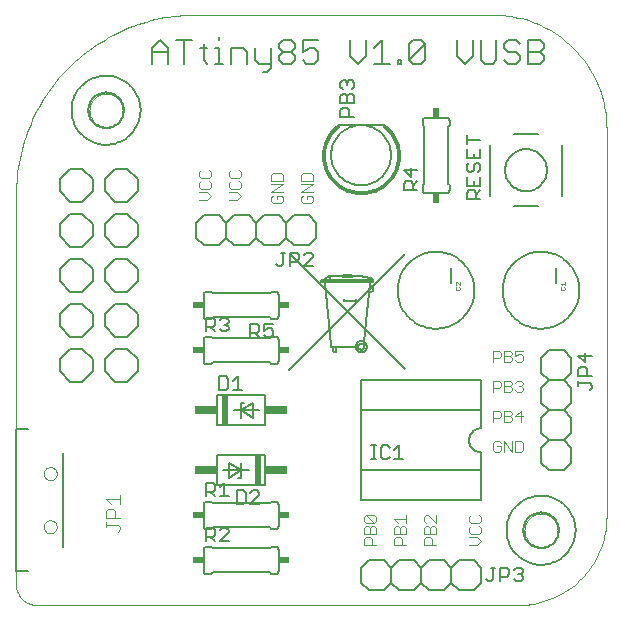
<source format=gto>
G75*
%MOIN*%
%OFA0B0*%
%FSLAX24Y24*%
%IPPOS*%
%LPD*%
%AMOC8*
5,1,8,0,0,1.08239X$1,22.5*
%
%ADD10C,0.0000*%
%ADD11C,0.0030*%
%ADD12C,0.0070*%
%ADD13C,0.0060*%
%ADD14C,0.0050*%
%ADD15R,0.0340X0.0240*%
%ADD16R,0.0200X0.1000*%
%ADD17R,0.0750X0.0300*%
%ADD18C,0.0080*%
%ADD19C,0.0010*%
%ADD20R,0.0240X0.0340*%
%ADD21C,0.0040*%
%ADD22C,0.0057*%
D10*
X005967Y000887D02*
X005967Y013875D01*
X008416Y016680D02*
X008418Y016727D01*
X008424Y016773D01*
X008434Y016819D01*
X008447Y016864D01*
X008465Y016907D01*
X008486Y016949D01*
X008510Y016989D01*
X008538Y017026D01*
X008569Y017061D01*
X008603Y017094D01*
X008639Y017123D01*
X008678Y017149D01*
X008719Y017172D01*
X008762Y017191D01*
X008806Y017207D01*
X008851Y017219D01*
X008897Y017227D01*
X008944Y017231D01*
X008990Y017231D01*
X009037Y017227D01*
X009083Y017219D01*
X009128Y017207D01*
X009172Y017191D01*
X009215Y017172D01*
X009256Y017149D01*
X009295Y017123D01*
X009331Y017094D01*
X009365Y017061D01*
X009396Y017026D01*
X009424Y016989D01*
X009448Y016949D01*
X009469Y016907D01*
X009487Y016864D01*
X009500Y016819D01*
X009510Y016773D01*
X009516Y016727D01*
X009518Y016680D01*
X009516Y016633D01*
X009510Y016587D01*
X009500Y016541D01*
X009487Y016496D01*
X009469Y016453D01*
X009448Y016411D01*
X009424Y016371D01*
X009396Y016334D01*
X009365Y016299D01*
X009331Y016266D01*
X009295Y016237D01*
X009256Y016211D01*
X009215Y016188D01*
X009172Y016169D01*
X009128Y016153D01*
X009083Y016141D01*
X009037Y016133D01*
X008990Y016129D01*
X008944Y016129D01*
X008897Y016133D01*
X008851Y016141D01*
X008806Y016153D01*
X008762Y016169D01*
X008719Y016188D01*
X008678Y016211D01*
X008639Y016237D01*
X008603Y016266D01*
X008569Y016299D01*
X008538Y016334D01*
X008510Y016371D01*
X008486Y016411D01*
X008465Y016453D01*
X008447Y016496D01*
X008434Y016541D01*
X008424Y016587D01*
X008418Y016633D01*
X008416Y016680D01*
X005967Y013875D02*
X005969Y014027D01*
X005975Y014178D01*
X005984Y014330D01*
X005998Y014481D01*
X006015Y014632D01*
X006036Y014782D01*
X006061Y014932D01*
X006090Y015081D01*
X006122Y015229D01*
X006158Y015376D01*
X006198Y015523D01*
X006242Y015668D01*
X006289Y015812D01*
X006340Y015955D01*
X006394Y016097D01*
X006452Y016237D01*
X006514Y016376D01*
X006579Y016513D01*
X006648Y016648D01*
X006720Y016782D01*
X006795Y016914D01*
X006874Y017043D01*
X006956Y017171D01*
X007041Y017297D01*
X007129Y017420D01*
X007220Y017542D01*
X007315Y017660D01*
X007412Y017777D01*
X007512Y017891D01*
X007615Y018002D01*
X007721Y018111D01*
X007830Y018217D01*
X007941Y018320D01*
X008055Y018420D01*
X008172Y018517D01*
X008290Y018612D01*
X008412Y018703D01*
X008535Y018791D01*
X008661Y018876D01*
X008789Y018958D01*
X008918Y019037D01*
X009050Y019112D01*
X009184Y019184D01*
X009319Y019253D01*
X009456Y019318D01*
X009595Y019380D01*
X009735Y019438D01*
X009877Y019492D01*
X010020Y019543D01*
X010164Y019590D01*
X010309Y019634D01*
X010456Y019674D01*
X010603Y019710D01*
X010751Y019742D01*
X010900Y019771D01*
X011050Y019796D01*
X011200Y019817D01*
X011351Y019834D01*
X011502Y019848D01*
X011654Y019857D01*
X011805Y019863D01*
X011957Y019865D01*
X021855Y019865D01*
X021977Y019863D01*
X022098Y019857D01*
X022220Y019847D01*
X022341Y019834D01*
X022461Y019816D01*
X022581Y019795D01*
X022700Y019770D01*
X022818Y019741D01*
X022935Y019708D01*
X023051Y019672D01*
X023166Y019631D01*
X023280Y019588D01*
X023392Y019540D01*
X023502Y019489D01*
X023611Y019434D01*
X023718Y019376D01*
X023823Y019315D01*
X023926Y019250D01*
X024027Y019182D01*
X024126Y019111D01*
X024222Y019037D01*
X024316Y018959D01*
X024408Y018879D01*
X024497Y018796D01*
X024583Y018710D01*
X024666Y018621D01*
X024746Y018529D01*
X024824Y018435D01*
X024898Y018339D01*
X024969Y018240D01*
X025037Y018139D01*
X025102Y018036D01*
X025163Y017931D01*
X025221Y017824D01*
X025276Y017715D01*
X025327Y017605D01*
X025375Y017493D01*
X025418Y017379D01*
X025459Y017264D01*
X025495Y017148D01*
X025528Y017031D01*
X025557Y016913D01*
X025582Y016794D01*
X025603Y016674D01*
X025621Y016554D01*
X025634Y016433D01*
X025644Y016311D01*
X025650Y016190D01*
X025652Y016068D01*
X025652Y003142D01*
X022916Y002680D02*
X022918Y002727D01*
X022924Y002773D01*
X022934Y002819D01*
X022947Y002864D01*
X022965Y002907D01*
X022986Y002949D01*
X023010Y002989D01*
X023038Y003026D01*
X023069Y003061D01*
X023103Y003094D01*
X023139Y003123D01*
X023178Y003149D01*
X023219Y003172D01*
X023262Y003191D01*
X023306Y003207D01*
X023351Y003219D01*
X023397Y003227D01*
X023444Y003231D01*
X023490Y003231D01*
X023537Y003227D01*
X023583Y003219D01*
X023628Y003207D01*
X023672Y003191D01*
X023715Y003172D01*
X023756Y003149D01*
X023795Y003123D01*
X023831Y003094D01*
X023865Y003061D01*
X023896Y003026D01*
X023924Y002989D01*
X023948Y002949D01*
X023969Y002907D01*
X023987Y002864D01*
X024000Y002819D01*
X024010Y002773D01*
X024016Y002727D01*
X024018Y002680D01*
X024016Y002633D01*
X024010Y002587D01*
X024000Y002541D01*
X023987Y002496D01*
X023969Y002453D01*
X023948Y002411D01*
X023924Y002371D01*
X023896Y002334D01*
X023865Y002299D01*
X023831Y002266D01*
X023795Y002237D01*
X023756Y002211D01*
X023715Y002188D01*
X023672Y002169D01*
X023628Y002153D01*
X023583Y002141D01*
X023537Y002133D01*
X023490Y002129D01*
X023444Y002129D01*
X023397Y002133D01*
X023351Y002141D01*
X023306Y002153D01*
X023262Y002169D01*
X023219Y002188D01*
X023178Y002211D01*
X023139Y002237D01*
X023103Y002266D01*
X023069Y002299D01*
X023038Y002334D01*
X023010Y002371D01*
X022986Y002411D01*
X022965Y002453D01*
X022947Y002496D01*
X022934Y002541D01*
X022924Y002587D01*
X022918Y002633D01*
X022916Y002680D01*
X022690Y000180D02*
X022798Y000182D01*
X022906Y000188D01*
X023014Y000198D01*
X023121Y000212D01*
X023228Y000229D01*
X023334Y000251D01*
X023439Y000276D01*
X023543Y000306D01*
X023646Y000339D01*
X023748Y000375D01*
X023848Y000416D01*
X023947Y000460D01*
X024044Y000508D01*
X024140Y000559D01*
X024233Y000614D01*
X024324Y000672D01*
X024413Y000733D01*
X024500Y000798D01*
X024585Y000865D01*
X024667Y000936D01*
X024746Y001010D01*
X024822Y001086D01*
X024896Y001165D01*
X024967Y001247D01*
X025034Y001332D01*
X025099Y001419D01*
X025160Y001508D01*
X025218Y001599D01*
X025273Y001692D01*
X025324Y001788D01*
X025372Y001885D01*
X025416Y001984D01*
X025457Y002084D01*
X025493Y002186D01*
X025526Y002289D01*
X025556Y002393D01*
X025581Y002498D01*
X025603Y002604D01*
X025620Y002711D01*
X025634Y002818D01*
X025644Y002926D01*
X025650Y003034D01*
X025652Y003142D01*
X022690Y000180D02*
X006674Y000180D01*
X006624Y000182D01*
X006573Y000187D01*
X006524Y000196D01*
X006475Y000209D01*
X006427Y000225D01*
X006380Y000244D01*
X006335Y000266D01*
X006292Y000292D01*
X006250Y000321D01*
X006211Y000353D01*
X006174Y000387D01*
X006140Y000424D01*
X006108Y000463D01*
X006079Y000505D01*
X006053Y000548D01*
X006031Y000593D01*
X006012Y000640D01*
X005996Y000688D01*
X005983Y000737D01*
X005974Y000786D01*
X005969Y000837D01*
X005967Y000887D01*
X006892Y002794D02*
X006894Y002823D01*
X006900Y002851D01*
X006909Y002879D01*
X006922Y002905D01*
X006939Y002928D01*
X006958Y002950D01*
X006980Y002969D01*
X007005Y002984D01*
X007031Y002997D01*
X007059Y003005D01*
X007087Y003010D01*
X007116Y003011D01*
X007145Y003008D01*
X007173Y003001D01*
X007200Y002991D01*
X007226Y002977D01*
X007249Y002960D01*
X007270Y002940D01*
X007288Y002917D01*
X007303Y002892D01*
X007314Y002865D01*
X007322Y002837D01*
X007326Y002808D01*
X007326Y002780D01*
X007322Y002751D01*
X007314Y002723D01*
X007303Y002696D01*
X007288Y002671D01*
X007270Y002648D01*
X007249Y002628D01*
X007226Y002611D01*
X007200Y002597D01*
X007173Y002587D01*
X007145Y002580D01*
X007116Y002577D01*
X007087Y002578D01*
X007059Y002583D01*
X007031Y002591D01*
X007005Y002604D01*
X006980Y002619D01*
X006958Y002638D01*
X006939Y002660D01*
X006922Y002683D01*
X006909Y002709D01*
X006900Y002737D01*
X006894Y002765D01*
X006892Y002794D01*
X006892Y004566D02*
X006894Y004595D01*
X006900Y004623D01*
X006909Y004651D01*
X006922Y004677D01*
X006939Y004700D01*
X006958Y004722D01*
X006980Y004741D01*
X007005Y004756D01*
X007031Y004769D01*
X007059Y004777D01*
X007087Y004782D01*
X007116Y004783D01*
X007145Y004780D01*
X007173Y004773D01*
X007200Y004763D01*
X007226Y004749D01*
X007249Y004732D01*
X007270Y004712D01*
X007288Y004689D01*
X007303Y004664D01*
X007314Y004637D01*
X007322Y004609D01*
X007326Y004580D01*
X007326Y004552D01*
X007322Y004523D01*
X007314Y004495D01*
X007303Y004468D01*
X007288Y004443D01*
X007270Y004420D01*
X007249Y004400D01*
X007226Y004383D01*
X007200Y004369D01*
X007173Y004359D01*
X007145Y004352D01*
X007116Y004349D01*
X007087Y004350D01*
X007059Y004355D01*
X007031Y004363D01*
X007005Y004376D01*
X006980Y004391D01*
X006958Y004410D01*
X006939Y004432D01*
X006922Y004455D01*
X006909Y004481D01*
X006900Y004509D01*
X006894Y004537D01*
X006892Y004566D01*
D11*
X017581Y003117D02*
X017581Y002993D01*
X017643Y002932D01*
X017890Y002932D01*
X017643Y003179D01*
X017890Y003179D01*
X017952Y003117D01*
X017952Y002993D01*
X017890Y002932D01*
X017890Y002810D02*
X017952Y002748D01*
X017952Y002563D01*
X017581Y002563D01*
X017581Y002748D01*
X017643Y002810D01*
X017705Y002810D01*
X017767Y002748D01*
X017767Y002563D01*
X017767Y002442D02*
X017828Y002380D01*
X017828Y002195D01*
X017952Y002195D02*
X017581Y002195D01*
X017581Y002380D01*
X017643Y002442D01*
X017767Y002442D01*
X017767Y002748D02*
X017828Y002810D01*
X017890Y002810D01*
X017581Y003117D02*
X017643Y003179D01*
X018581Y003055D02*
X018952Y003055D01*
X018952Y002932D02*
X018952Y003179D01*
X018705Y002932D02*
X018581Y003055D01*
X018643Y002810D02*
X018705Y002810D01*
X018767Y002748D01*
X018767Y002563D01*
X018767Y002442D02*
X018828Y002380D01*
X018828Y002195D01*
X018952Y002195D02*
X018581Y002195D01*
X018581Y002380D01*
X018643Y002442D01*
X018767Y002442D01*
X018952Y002563D02*
X018952Y002748D01*
X018890Y002810D01*
X018828Y002810D01*
X018767Y002748D01*
X018643Y002810D02*
X018581Y002748D01*
X018581Y002563D01*
X018952Y002563D01*
X019581Y002563D02*
X019581Y002748D01*
X019643Y002810D01*
X019705Y002810D01*
X019767Y002748D01*
X019767Y002563D01*
X019767Y002442D02*
X019828Y002380D01*
X019828Y002195D01*
X019952Y002195D02*
X019581Y002195D01*
X019581Y002380D01*
X019643Y002442D01*
X019767Y002442D01*
X019952Y002563D02*
X019952Y002748D01*
X019890Y002810D01*
X019828Y002810D01*
X019767Y002748D01*
X019643Y002932D02*
X019581Y002993D01*
X019581Y003117D01*
X019643Y003179D01*
X019705Y003179D01*
X019952Y002932D01*
X019952Y003179D01*
X019952Y002563D02*
X019581Y002563D01*
X021081Y002625D02*
X021143Y002563D01*
X021390Y002563D01*
X021452Y002625D01*
X021452Y002748D01*
X021390Y002810D01*
X021390Y002932D02*
X021452Y002993D01*
X021452Y003117D01*
X021390Y003179D01*
X021143Y003179D02*
X021081Y003117D01*
X021081Y002993D01*
X021143Y002932D01*
X021390Y002932D01*
X021143Y002810D02*
X021081Y002748D01*
X021081Y002625D01*
X021081Y002442D02*
X021328Y002442D01*
X021452Y002318D01*
X021328Y002195D01*
X021081Y002195D01*
X021939Y005295D02*
X022062Y005295D01*
X022124Y005357D01*
X022124Y005480D01*
X022000Y005480D01*
X021877Y005357D02*
X021939Y005295D01*
X021877Y005357D02*
X021877Y005604D01*
X021939Y005665D01*
X022062Y005665D01*
X022124Y005604D01*
X022245Y005665D02*
X022245Y005295D01*
X022492Y005295D02*
X022492Y005665D01*
X022613Y005665D02*
X022799Y005665D01*
X022860Y005604D01*
X022860Y005357D01*
X022799Y005295D01*
X022613Y005295D01*
X022613Y005665D01*
X022245Y005665D02*
X022492Y005295D01*
X022430Y006295D02*
X022245Y006295D01*
X022245Y006665D01*
X022430Y006665D01*
X022492Y006604D01*
X022492Y006542D01*
X022430Y006480D01*
X022245Y006480D01*
X022124Y006480D02*
X022062Y006418D01*
X021877Y006418D01*
X021877Y006295D02*
X021877Y006665D01*
X022062Y006665D01*
X022124Y006604D01*
X022124Y006480D01*
X022430Y006480D02*
X022492Y006418D01*
X022492Y006357D01*
X022430Y006295D01*
X022613Y006480D02*
X022860Y006480D01*
X022799Y006295D02*
X022799Y006665D01*
X022613Y006480D01*
X022675Y007295D02*
X022613Y007357D01*
X022675Y007295D02*
X022799Y007295D01*
X022860Y007357D01*
X022860Y007418D01*
X022799Y007480D01*
X022737Y007480D01*
X022799Y007480D02*
X022860Y007542D01*
X022860Y007604D01*
X022799Y007665D01*
X022675Y007665D01*
X022613Y007604D01*
X022492Y007604D02*
X022492Y007542D01*
X022430Y007480D01*
X022245Y007480D01*
X022124Y007480D02*
X022062Y007418D01*
X021877Y007418D01*
X021877Y007295D02*
X021877Y007665D01*
X022062Y007665D01*
X022124Y007604D01*
X022124Y007480D01*
X022245Y007295D02*
X022430Y007295D01*
X022492Y007357D01*
X022492Y007418D01*
X022430Y007480D01*
X022492Y007604D02*
X022430Y007665D01*
X022245Y007665D01*
X022245Y007295D01*
X022245Y008295D02*
X022430Y008295D01*
X022492Y008357D01*
X022492Y008418D01*
X022430Y008480D01*
X022245Y008480D01*
X022124Y008480D02*
X022062Y008418D01*
X021877Y008418D01*
X021877Y008295D02*
X021877Y008665D01*
X022062Y008665D01*
X022124Y008604D01*
X022124Y008480D01*
X022245Y008295D02*
X022245Y008665D01*
X022430Y008665D01*
X022492Y008604D01*
X022492Y008542D01*
X022430Y008480D01*
X022613Y008480D02*
X022613Y008665D01*
X022860Y008665D01*
X022799Y008542D02*
X022860Y008480D01*
X022860Y008357D01*
X022799Y008295D01*
X022675Y008295D01*
X022613Y008357D01*
X022613Y008480D02*
X022737Y008542D01*
X022799Y008542D01*
X015852Y013652D02*
X015790Y013590D01*
X015543Y013590D01*
X015481Y013652D01*
X015481Y013775D01*
X015543Y013837D01*
X015667Y013837D02*
X015667Y013713D01*
X015667Y013837D02*
X015790Y013837D01*
X015852Y013775D01*
X015852Y013652D01*
X015852Y013958D02*
X015481Y013958D01*
X015852Y014205D01*
X015481Y014205D01*
X015481Y014327D02*
X015481Y014512D01*
X015543Y014574D01*
X015790Y014574D01*
X015852Y014512D01*
X015852Y014327D01*
X015481Y014327D01*
X014852Y014327D02*
X014852Y014512D01*
X014790Y014574D01*
X014543Y014574D01*
X014481Y014512D01*
X014481Y014327D01*
X014852Y014327D01*
X014852Y014205D02*
X014481Y014205D01*
X014481Y013958D02*
X014852Y014205D01*
X014852Y013958D02*
X014481Y013958D01*
X014543Y013837D02*
X014481Y013775D01*
X014481Y013652D01*
X014543Y013590D01*
X014790Y013590D01*
X014852Y013652D01*
X014852Y013775D01*
X014790Y013837D01*
X014667Y013837D01*
X014667Y013713D01*
X013452Y013818D02*
X013328Y013942D01*
X013081Y013942D01*
X013143Y014063D02*
X013390Y014063D01*
X013452Y014125D01*
X013452Y014248D01*
X013390Y014310D01*
X013390Y014432D02*
X013452Y014493D01*
X013452Y014617D01*
X013390Y014679D01*
X013143Y014679D02*
X013081Y014617D01*
X013081Y014493D01*
X013143Y014432D01*
X013390Y014432D01*
X013143Y014310D02*
X013081Y014248D01*
X013081Y014125D01*
X013143Y014063D01*
X013081Y013695D02*
X013328Y013695D01*
X013452Y013818D01*
X012452Y013818D02*
X012328Y013942D01*
X012081Y013942D01*
X012143Y014063D02*
X012081Y014125D01*
X012081Y014248D01*
X012143Y014310D01*
X012143Y014432D02*
X012390Y014432D01*
X012452Y014493D01*
X012452Y014617D01*
X012390Y014679D01*
X012143Y014679D02*
X012081Y014617D01*
X012081Y014493D01*
X012143Y014432D01*
X012390Y014310D02*
X012452Y014248D01*
X012452Y014125D01*
X012390Y014063D01*
X012143Y014063D01*
X012081Y013695D02*
X012328Y013695D01*
X012452Y013818D01*
D12*
X014197Y017951D02*
X014329Y017951D01*
X014460Y018083D01*
X014460Y018742D01*
X014725Y018742D02*
X014857Y018610D01*
X015120Y018610D01*
X015252Y018479D01*
X015252Y018347D01*
X015120Y018215D01*
X014857Y018215D01*
X014725Y018347D01*
X014725Y018479D01*
X014857Y018610D01*
X014725Y018742D02*
X014725Y018874D01*
X014857Y019006D01*
X015120Y019006D01*
X015252Y018874D01*
X015252Y018742D01*
X015120Y018610D01*
X015517Y018610D02*
X015517Y019006D01*
X016044Y019006D01*
X015912Y018742D02*
X016044Y018610D01*
X016044Y018347D01*
X015912Y018215D01*
X015649Y018215D01*
X015517Y018347D01*
X015517Y018610D02*
X015781Y018742D01*
X015912Y018742D01*
X017101Y018479D02*
X017364Y018215D01*
X017628Y018479D01*
X017628Y019006D01*
X017893Y018742D02*
X018156Y019006D01*
X018156Y018215D01*
X017893Y018215D02*
X018420Y018215D01*
X018684Y018215D02*
X018684Y018347D01*
X018816Y018347D01*
X018816Y018215D01*
X018684Y018215D01*
X019080Y018347D02*
X019608Y018874D01*
X019608Y018347D01*
X019476Y018215D01*
X019212Y018215D01*
X019080Y018347D01*
X019080Y018874D01*
X019212Y019006D01*
X019476Y019006D01*
X019608Y018874D01*
X020664Y019006D02*
X020664Y018479D01*
X020928Y018215D01*
X021191Y018479D01*
X021191Y019006D01*
X021456Y019006D02*
X021456Y018347D01*
X021588Y018215D01*
X021851Y018215D01*
X021983Y018347D01*
X021983Y019006D01*
X022248Y018874D02*
X022248Y018742D01*
X022380Y018610D01*
X022643Y018610D01*
X022775Y018479D01*
X022775Y018347D01*
X022643Y018215D01*
X022380Y018215D01*
X022248Y018347D01*
X022248Y018874D02*
X022380Y019006D01*
X022643Y019006D01*
X022775Y018874D01*
X023040Y019006D02*
X023435Y019006D01*
X023567Y018874D01*
X023567Y018742D01*
X023435Y018610D01*
X023040Y018610D01*
X023435Y018610D02*
X023567Y018479D01*
X023567Y018347D01*
X023435Y018215D01*
X023040Y018215D01*
X023040Y019006D01*
X017101Y019006D02*
X017101Y018479D01*
X014460Y018215D02*
X014065Y018215D01*
X013933Y018347D01*
X013933Y018742D01*
X013668Y018610D02*
X013668Y018215D01*
X013668Y018610D02*
X013537Y018742D01*
X013141Y018742D01*
X013141Y018215D01*
X012877Y018215D02*
X012613Y018215D01*
X012745Y018215D02*
X012745Y018742D01*
X012613Y018742D01*
X012349Y018742D02*
X012086Y018742D01*
X012217Y018874D02*
X012217Y018347D01*
X012349Y018215D01*
X011557Y018215D02*
X011557Y019006D01*
X011294Y019006D02*
X011821Y019006D01*
X011029Y018742D02*
X011029Y018215D01*
X011029Y018610D02*
X010502Y018610D01*
X010502Y018742D02*
X010765Y019006D01*
X011029Y018742D01*
X010502Y018742D02*
X010502Y018215D01*
X012745Y019006D02*
X012745Y019137D01*
D13*
X007817Y016680D02*
X007819Y016747D01*
X007825Y016815D01*
X007835Y016882D01*
X007849Y016948D01*
X007866Y017013D01*
X007888Y017077D01*
X007913Y017140D01*
X007942Y017201D01*
X007974Y017260D01*
X008010Y017317D01*
X008049Y017372D01*
X008091Y017425D01*
X008136Y017475D01*
X008184Y017522D01*
X008235Y017567D01*
X008288Y017608D01*
X008344Y017647D01*
X008402Y017682D01*
X008462Y017713D01*
X008523Y017741D01*
X008586Y017765D01*
X008650Y017786D01*
X008716Y017802D01*
X008782Y017815D01*
X008849Y017824D01*
X008916Y017829D01*
X008984Y017830D01*
X009051Y017827D01*
X009118Y017820D01*
X009185Y017809D01*
X009251Y017794D01*
X009316Y017776D01*
X009380Y017753D01*
X009442Y017727D01*
X009503Y017698D01*
X009561Y017664D01*
X009618Y017628D01*
X009673Y017588D01*
X009725Y017545D01*
X009774Y017499D01*
X009821Y017450D01*
X009865Y017399D01*
X009905Y017345D01*
X009943Y017289D01*
X009977Y017230D01*
X010007Y017170D01*
X010034Y017108D01*
X010058Y017045D01*
X010077Y016980D01*
X010093Y016915D01*
X010105Y016848D01*
X010113Y016781D01*
X010117Y016714D01*
X010117Y016646D01*
X010113Y016579D01*
X010105Y016512D01*
X010093Y016445D01*
X010077Y016380D01*
X010058Y016315D01*
X010034Y016252D01*
X010007Y016190D01*
X009977Y016130D01*
X009943Y016071D01*
X009905Y016015D01*
X009865Y015961D01*
X009821Y015910D01*
X009774Y015861D01*
X009725Y015815D01*
X009673Y015772D01*
X009618Y015732D01*
X009561Y015696D01*
X009503Y015662D01*
X009442Y015633D01*
X009380Y015607D01*
X009316Y015584D01*
X009251Y015566D01*
X009185Y015551D01*
X009118Y015540D01*
X009051Y015533D01*
X008984Y015530D01*
X008916Y015531D01*
X008849Y015536D01*
X008782Y015545D01*
X008716Y015558D01*
X008650Y015574D01*
X008586Y015595D01*
X008523Y015619D01*
X008462Y015647D01*
X008402Y015678D01*
X008344Y015713D01*
X008288Y015752D01*
X008235Y015793D01*
X008184Y015838D01*
X008136Y015885D01*
X008091Y015935D01*
X008049Y015988D01*
X008010Y016043D01*
X007974Y016100D01*
X007942Y016159D01*
X007913Y016220D01*
X007888Y016283D01*
X007866Y016347D01*
X007849Y016412D01*
X007835Y016478D01*
X007825Y016545D01*
X007819Y016613D01*
X007817Y016680D01*
X007767Y014730D02*
X008167Y014730D01*
X008517Y014380D01*
X008517Y013980D01*
X008167Y013630D01*
X007767Y013630D01*
X007417Y013980D01*
X007417Y014380D01*
X007767Y014730D01*
X008917Y014380D02*
X008917Y013980D01*
X009267Y013630D01*
X009667Y013630D01*
X010017Y013980D01*
X010017Y014380D01*
X009667Y014730D01*
X009267Y014730D01*
X008917Y014380D01*
X009267Y013230D02*
X009667Y013230D01*
X010017Y012880D01*
X010017Y012480D01*
X009667Y012130D01*
X009267Y012130D01*
X008917Y012480D01*
X008917Y012880D01*
X009267Y013230D01*
X008517Y012880D02*
X008517Y012480D01*
X008167Y012130D01*
X007767Y012130D01*
X007417Y012480D01*
X007417Y012880D01*
X007767Y013230D01*
X008167Y013230D01*
X008517Y012880D01*
X008167Y011730D02*
X007767Y011730D01*
X007417Y011380D01*
X007417Y010980D01*
X007767Y010630D01*
X008167Y010630D01*
X008517Y010980D01*
X008517Y011380D01*
X008167Y011730D01*
X008917Y011380D02*
X009267Y011730D01*
X009667Y011730D01*
X010017Y011380D01*
X010017Y010980D01*
X009667Y010630D01*
X009267Y010630D01*
X008917Y010980D01*
X008917Y011380D01*
X009267Y010230D02*
X009667Y010230D01*
X010017Y009880D01*
X010017Y009480D01*
X009667Y009130D01*
X009267Y009130D01*
X008917Y009480D01*
X008917Y009880D01*
X009267Y010230D01*
X008517Y009880D02*
X008517Y009480D01*
X008167Y009130D01*
X007767Y009130D01*
X007417Y009480D01*
X007417Y009880D01*
X007767Y010230D01*
X008167Y010230D01*
X008517Y009880D01*
X008167Y008730D02*
X007767Y008730D01*
X007417Y008380D01*
X007417Y007980D01*
X007767Y007630D01*
X008167Y007630D01*
X008517Y007980D01*
X008517Y008380D01*
X008167Y008730D01*
X008917Y008380D02*
X009267Y008730D01*
X009667Y008730D01*
X010017Y008380D01*
X010017Y007980D01*
X009667Y007630D01*
X009267Y007630D01*
X008917Y007980D01*
X008917Y008380D01*
X012217Y008330D02*
X012217Y009030D01*
X012219Y009047D01*
X012223Y009064D01*
X012230Y009080D01*
X012240Y009094D01*
X012253Y009107D01*
X012267Y009117D01*
X012283Y009124D01*
X012300Y009128D01*
X012317Y009130D01*
X012467Y009130D01*
X012517Y009080D01*
X014417Y009080D01*
X014467Y009130D01*
X014617Y009130D01*
X014634Y009128D01*
X014651Y009124D01*
X014667Y009117D01*
X014681Y009107D01*
X014694Y009094D01*
X014704Y009080D01*
X014711Y009064D01*
X014715Y009047D01*
X014717Y009030D01*
X014717Y008330D01*
X014715Y008313D01*
X014711Y008296D01*
X014704Y008280D01*
X014694Y008266D01*
X014681Y008253D01*
X014667Y008243D01*
X014651Y008236D01*
X014634Y008232D01*
X014617Y008230D01*
X014467Y008230D01*
X014417Y008280D01*
X012517Y008280D01*
X012467Y008230D01*
X012317Y008230D01*
X012300Y008232D01*
X012283Y008236D01*
X012267Y008243D01*
X012253Y008253D01*
X012240Y008266D01*
X012230Y008280D01*
X012223Y008296D01*
X012219Y008313D01*
X012217Y008330D01*
X012667Y007180D02*
X012667Y006180D01*
X014267Y006180D01*
X014267Y007180D01*
X012667Y007180D01*
X013217Y006680D02*
X013467Y006680D01*
X013467Y006930D01*
X013567Y006930D01*
X013467Y006680D02*
X013467Y006430D01*
X013467Y006680D02*
X013867Y006930D01*
X013867Y006430D01*
X013467Y006680D01*
X014067Y006680D01*
X014267Y005180D02*
X012667Y005180D01*
X012667Y004180D01*
X014267Y004180D01*
X014267Y005180D01*
X013717Y004680D02*
X013467Y004680D01*
X013467Y004430D01*
X013367Y004430D01*
X013467Y004680D02*
X013467Y004930D01*
X013467Y004680D02*
X013067Y004430D01*
X013067Y004930D01*
X013467Y004680D01*
X012867Y004680D01*
X012467Y003630D02*
X012317Y003630D01*
X012300Y003628D01*
X012283Y003624D01*
X012267Y003617D01*
X012253Y003607D01*
X012240Y003594D01*
X012230Y003580D01*
X012223Y003564D01*
X012219Y003547D01*
X012217Y003530D01*
X012217Y002830D01*
X012219Y002813D01*
X012223Y002796D01*
X012230Y002780D01*
X012240Y002766D01*
X012253Y002753D01*
X012267Y002743D01*
X012283Y002736D01*
X012300Y002732D01*
X012317Y002730D01*
X012467Y002730D01*
X012517Y002780D01*
X014417Y002780D01*
X014467Y002730D01*
X014617Y002730D01*
X014634Y002732D01*
X014651Y002736D01*
X014667Y002743D01*
X014681Y002753D01*
X014694Y002766D01*
X014704Y002780D01*
X014711Y002796D01*
X014715Y002813D01*
X014717Y002830D01*
X014717Y003530D01*
X014715Y003547D01*
X014711Y003564D01*
X014704Y003580D01*
X014694Y003594D01*
X014681Y003607D01*
X014667Y003617D01*
X014651Y003624D01*
X014634Y003628D01*
X014617Y003630D01*
X014467Y003630D01*
X014417Y003580D01*
X012517Y003580D01*
X012467Y003630D01*
X012467Y002130D02*
X012317Y002130D01*
X012300Y002128D01*
X012283Y002124D01*
X012267Y002117D01*
X012253Y002107D01*
X012240Y002094D01*
X012230Y002080D01*
X012223Y002064D01*
X012219Y002047D01*
X012217Y002030D01*
X012217Y001330D01*
X012219Y001313D01*
X012223Y001296D01*
X012230Y001280D01*
X012240Y001266D01*
X012253Y001253D01*
X012267Y001243D01*
X012283Y001236D01*
X012300Y001232D01*
X012317Y001230D01*
X012467Y001230D01*
X012517Y001280D01*
X014417Y001280D01*
X014467Y001230D01*
X014617Y001230D01*
X014634Y001232D01*
X014651Y001236D01*
X014667Y001243D01*
X014681Y001253D01*
X014694Y001266D01*
X014704Y001280D01*
X014711Y001296D01*
X014715Y001313D01*
X014717Y001330D01*
X014717Y002030D01*
X014715Y002047D01*
X014711Y002064D01*
X014704Y002080D01*
X014694Y002094D01*
X014681Y002107D01*
X014667Y002117D01*
X014651Y002124D01*
X014634Y002128D01*
X014617Y002130D01*
X014467Y002130D01*
X014417Y002080D01*
X012517Y002080D01*
X012467Y002130D01*
X017467Y001430D02*
X017467Y000930D01*
X017717Y000680D01*
X018217Y000680D01*
X018467Y000930D01*
X018467Y001430D01*
X018217Y001680D01*
X017717Y001680D01*
X017467Y001430D01*
X018467Y001430D02*
X018717Y001680D01*
X019217Y001680D01*
X019467Y001430D01*
X019717Y001680D01*
X020217Y001680D01*
X020467Y001430D01*
X020717Y001680D01*
X021217Y001680D01*
X021467Y001430D01*
X021467Y000930D01*
X021217Y000680D01*
X020717Y000680D01*
X020467Y000930D01*
X020217Y000680D01*
X019717Y000680D01*
X019467Y000930D01*
X019467Y001430D01*
X019467Y000930D02*
X019217Y000680D01*
X018717Y000680D01*
X018467Y000930D01*
X020467Y000930D02*
X020467Y001430D01*
X021467Y003680D02*
X021467Y004680D01*
X021467Y005280D01*
X021428Y005282D01*
X021389Y005288D01*
X021351Y005297D01*
X021314Y005310D01*
X021278Y005327D01*
X021245Y005347D01*
X021213Y005371D01*
X021184Y005397D01*
X021158Y005426D01*
X021134Y005458D01*
X021114Y005491D01*
X021097Y005527D01*
X021084Y005564D01*
X021075Y005602D01*
X021069Y005641D01*
X021067Y005680D01*
X021069Y005719D01*
X021075Y005758D01*
X021084Y005796D01*
X021097Y005833D01*
X021114Y005869D01*
X021134Y005902D01*
X021158Y005934D01*
X021184Y005963D01*
X021213Y005989D01*
X021245Y006013D01*
X021278Y006033D01*
X021314Y006050D01*
X021351Y006063D01*
X021389Y006072D01*
X021428Y006078D01*
X021467Y006080D01*
X021467Y006680D01*
X017467Y006680D01*
X017467Y007680D01*
X021467Y007680D01*
X021467Y006680D01*
X023467Y006430D02*
X023467Y005930D01*
X023717Y005680D01*
X023467Y005430D01*
X023467Y004930D01*
X023717Y004680D01*
X024217Y004680D01*
X024467Y004930D01*
X024467Y005430D01*
X024217Y005680D01*
X023717Y005680D01*
X024217Y005680D02*
X024467Y005930D01*
X024467Y006430D01*
X024217Y006680D01*
X023717Y006680D01*
X023467Y006930D01*
X023467Y007430D01*
X023717Y007680D01*
X023467Y007930D01*
X023467Y008430D01*
X023717Y008680D01*
X024217Y008680D01*
X024467Y008430D01*
X024467Y007930D01*
X024217Y007680D01*
X024467Y007430D01*
X024467Y006930D01*
X024217Y006680D01*
X023717Y006680D02*
X023467Y006430D01*
X023717Y007680D02*
X024217Y007680D01*
X021467Y004680D02*
X017467Y004680D01*
X017467Y006680D01*
X017467Y004680D02*
X017467Y003680D01*
X021467Y003680D01*
X022317Y002680D02*
X022319Y002747D01*
X022325Y002815D01*
X022335Y002882D01*
X022349Y002948D01*
X022366Y003013D01*
X022388Y003077D01*
X022413Y003140D01*
X022442Y003201D01*
X022474Y003260D01*
X022510Y003317D01*
X022549Y003372D01*
X022591Y003425D01*
X022636Y003475D01*
X022684Y003522D01*
X022735Y003567D01*
X022788Y003608D01*
X022844Y003647D01*
X022902Y003682D01*
X022962Y003713D01*
X023023Y003741D01*
X023086Y003765D01*
X023150Y003786D01*
X023216Y003802D01*
X023282Y003815D01*
X023349Y003824D01*
X023416Y003829D01*
X023484Y003830D01*
X023551Y003827D01*
X023618Y003820D01*
X023685Y003809D01*
X023751Y003794D01*
X023816Y003776D01*
X023880Y003753D01*
X023942Y003727D01*
X024003Y003698D01*
X024061Y003664D01*
X024118Y003628D01*
X024173Y003588D01*
X024225Y003545D01*
X024274Y003499D01*
X024321Y003450D01*
X024365Y003399D01*
X024405Y003345D01*
X024443Y003289D01*
X024477Y003230D01*
X024507Y003170D01*
X024534Y003108D01*
X024558Y003045D01*
X024577Y002980D01*
X024593Y002915D01*
X024605Y002848D01*
X024613Y002781D01*
X024617Y002714D01*
X024617Y002646D01*
X024613Y002579D01*
X024605Y002512D01*
X024593Y002445D01*
X024577Y002380D01*
X024558Y002315D01*
X024534Y002252D01*
X024507Y002190D01*
X024477Y002130D01*
X024443Y002071D01*
X024405Y002015D01*
X024365Y001961D01*
X024321Y001910D01*
X024274Y001861D01*
X024225Y001815D01*
X024173Y001772D01*
X024118Y001732D01*
X024061Y001696D01*
X024003Y001662D01*
X023942Y001633D01*
X023880Y001607D01*
X023816Y001584D01*
X023751Y001566D01*
X023685Y001551D01*
X023618Y001540D01*
X023551Y001533D01*
X023484Y001530D01*
X023416Y001531D01*
X023349Y001536D01*
X023282Y001545D01*
X023216Y001558D01*
X023150Y001574D01*
X023086Y001595D01*
X023023Y001619D01*
X022962Y001647D01*
X022902Y001678D01*
X022844Y001713D01*
X022788Y001752D01*
X022735Y001793D01*
X022684Y001838D01*
X022636Y001885D01*
X022591Y001935D01*
X022549Y001988D01*
X022510Y002043D01*
X022474Y002100D01*
X022442Y002159D01*
X022413Y002220D01*
X022388Y002283D01*
X022366Y002347D01*
X022349Y002412D01*
X022335Y002478D01*
X022325Y002545D01*
X022319Y002613D01*
X022317Y002680D01*
X014617Y009730D02*
X014467Y009730D01*
X014417Y009780D01*
X012517Y009780D01*
X012467Y009730D01*
X012317Y009730D01*
X012300Y009732D01*
X012283Y009736D01*
X012267Y009743D01*
X012253Y009753D01*
X012240Y009766D01*
X012230Y009780D01*
X012223Y009796D01*
X012219Y009813D01*
X012217Y009830D01*
X012217Y010530D01*
X012219Y010547D01*
X012223Y010564D01*
X012230Y010580D01*
X012240Y010594D01*
X012253Y010607D01*
X012267Y010617D01*
X012283Y010624D01*
X012300Y010628D01*
X012317Y010630D01*
X012467Y010630D01*
X012517Y010580D01*
X014417Y010580D01*
X014467Y010630D01*
X014617Y010630D01*
X014634Y010628D01*
X014651Y010624D01*
X014667Y010617D01*
X014681Y010607D01*
X014694Y010594D01*
X014704Y010580D01*
X014711Y010564D01*
X014715Y010547D01*
X014717Y010530D01*
X014717Y009830D01*
X014715Y009813D01*
X014711Y009796D01*
X014704Y009780D01*
X014694Y009766D01*
X014681Y009753D01*
X014667Y009743D01*
X014651Y009736D01*
X014634Y009732D01*
X014617Y009730D01*
X014717Y012180D02*
X014217Y012180D01*
X013967Y012430D01*
X013967Y012930D01*
X014217Y013180D01*
X014717Y013180D01*
X014967Y012930D01*
X015217Y013180D01*
X015717Y013180D01*
X015967Y012930D01*
X015967Y012430D01*
X015717Y012180D01*
X015217Y012180D01*
X014967Y012430D01*
X014717Y012180D01*
X014967Y012430D02*
X014967Y012930D01*
X013967Y012930D02*
X013717Y013180D01*
X013217Y013180D01*
X012967Y012930D01*
X012717Y013180D01*
X012217Y013180D01*
X011967Y012930D01*
X011967Y012430D01*
X012217Y012180D01*
X012717Y012180D01*
X012967Y012430D01*
X012967Y012930D01*
X012967Y012430D02*
X013217Y012180D01*
X013717Y012180D01*
X013967Y012430D01*
X016467Y015180D02*
X016469Y015243D01*
X016475Y015305D01*
X016485Y015367D01*
X016498Y015429D01*
X016516Y015489D01*
X016537Y015548D01*
X016562Y015606D01*
X016591Y015662D01*
X016623Y015716D01*
X016658Y015768D01*
X016696Y015817D01*
X016738Y015865D01*
X016782Y015909D01*
X016830Y015951D01*
X016879Y015989D01*
X016931Y016024D01*
X016985Y016056D01*
X017041Y016085D01*
X017099Y016110D01*
X017158Y016131D01*
X017218Y016149D01*
X017280Y016162D01*
X017342Y016172D01*
X017404Y016178D01*
X017467Y016180D01*
X017530Y016178D01*
X017592Y016172D01*
X017654Y016162D01*
X017716Y016149D01*
X017776Y016131D01*
X017835Y016110D01*
X017893Y016085D01*
X017949Y016056D01*
X018003Y016024D01*
X018055Y015989D01*
X018104Y015951D01*
X018152Y015909D01*
X018196Y015865D01*
X018238Y015817D01*
X018276Y015768D01*
X018311Y015716D01*
X018343Y015662D01*
X018372Y015606D01*
X018397Y015548D01*
X018418Y015489D01*
X018436Y015429D01*
X018449Y015367D01*
X018459Y015305D01*
X018465Y015243D01*
X018467Y015180D01*
X018465Y015117D01*
X018459Y015055D01*
X018449Y014993D01*
X018436Y014931D01*
X018418Y014871D01*
X018397Y014812D01*
X018372Y014754D01*
X018343Y014698D01*
X018311Y014644D01*
X018276Y014592D01*
X018238Y014543D01*
X018196Y014495D01*
X018152Y014451D01*
X018104Y014409D01*
X018055Y014371D01*
X018003Y014336D01*
X017949Y014304D01*
X017893Y014275D01*
X017835Y014250D01*
X017776Y014229D01*
X017716Y014211D01*
X017654Y014198D01*
X017592Y014188D01*
X017530Y014182D01*
X017467Y014180D01*
X017404Y014182D01*
X017342Y014188D01*
X017280Y014198D01*
X017218Y014211D01*
X017158Y014229D01*
X017099Y014250D01*
X017041Y014275D01*
X016985Y014304D01*
X016931Y014336D01*
X016879Y014371D01*
X016830Y014409D01*
X016782Y014451D01*
X016738Y014495D01*
X016696Y014543D01*
X016658Y014592D01*
X016623Y014644D01*
X016591Y014698D01*
X016562Y014754D01*
X016537Y014812D01*
X016516Y014871D01*
X016498Y014931D01*
X016485Y014993D01*
X016475Y015055D01*
X016469Y015117D01*
X016467Y015180D01*
X019517Y014180D02*
X019517Y014030D01*
X019519Y014013D01*
X019523Y013996D01*
X019530Y013980D01*
X019540Y013966D01*
X019553Y013953D01*
X019567Y013943D01*
X019583Y013936D01*
X019600Y013932D01*
X019617Y013930D01*
X020317Y013930D01*
X020334Y013932D01*
X020351Y013936D01*
X020367Y013943D01*
X020381Y013953D01*
X020394Y013966D01*
X020404Y013980D01*
X020411Y013996D01*
X020415Y014013D01*
X020417Y014030D01*
X020417Y014180D01*
X020367Y014230D01*
X020367Y016130D01*
X020417Y016180D01*
X020417Y016330D01*
X020415Y016347D01*
X020411Y016364D01*
X020404Y016380D01*
X020394Y016394D01*
X020381Y016407D01*
X020367Y016417D01*
X020351Y016424D01*
X020334Y016428D01*
X020317Y016430D01*
X019617Y016430D01*
X019600Y016428D01*
X019583Y016424D01*
X019567Y016417D01*
X019553Y016407D01*
X019540Y016394D01*
X019530Y016380D01*
X019523Y016364D01*
X019519Y016347D01*
X019517Y016330D01*
X019517Y016180D01*
X019567Y016130D01*
X019567Y014230D01*
X019517Y014180D01*
D14*
X019342Y014305D02*
X019192Y014155D01*
X019192Y014230D02*
X019192Y014005D01*
X019342Y014005D02*
X018891Y014005D01*
X018891Y014230D01*
X018966Y014305D01*
X019117Y014305D01*
X019192Y014230D01*
X019117Y014465D02*
X019117Y014766D01*
X019342Y014691D02*
X018891Y014691D01*
X019117Y014465D01*
X020991Y014466D02*
X020991Y014165D01*
X021442Y014165D01*
X021442Y014466D01*
X021367Y014626D02*
X021442Y014701D01*
X021442Y014851D01*
X021367Y014926D01*
X021292Y014926D01*
X021217Y014851D01*
X021217Y014701D01*
X021142Y014626D01*
X021066Y014626D01*
X020991Y014701D01*
X020991Y014851D01*
X021066Y014926D01*
X020991Y015086D02*
X021442Y015086D01*
X021442Y015386D01*
X021217Y015236D02*
X021217Y015086D01*
X020991Y015086D02*
X020991Y015386D01*
X020991Y015547D02*
X020991Y015847D01*
X020991Y015697D02*
X021442Y015697D01*
X021217Y014316D02*
X021217Y014165D01*
X021217Y014005D02*
X021066Y014005D01*
X020991Y013930D01*
X020991Y013705D01*
X021442Y013705D01*
X021292Y013705D02*
X021292Y013930D01*
X021217Y014005D01*
X021292Y013855D02*
X021442Y014005D01*
X017232Y016455D02*
X016781Y016455D01*
X016781Y016680D01*
X016856Y016755D01*
X017007Y016755D01*
X017082Y016680D01*
X017082Y016455D01*
X017007Y016915D02*
X017007Y017141D01*
X017082Y017216D01*
X017157Y017216D01*
X017232Y017141D01*
X017232Y016915D01*
X016781Y016915D01*
X016781Y017141D01*
X016856Y017216D01*
X016932Y017216D01*
X017007Y017141D01*
X017157Y017376D02*
X017232Y017451D01*
X017232Y017601D01*
X017157Y017676D01*
X017082Y017676D01*
X017007Y017601D01*
X017007Y017526D01*
X017007Y017601D02*
X016932Y017676D01*
X016856Y017676D01*
X016781Y017601D01*
X016781Y017451D01*
X016856Y017376D01*
X015787Y011935D02*
X015636Y011935D01*
X015561Y011860D01*
X015401Y011860D02*
X015401Y011710D01*
X015326Y011635D01*
X015101Y011635D01*
X015101Y011485D02*
X015101Y011935D01*
X015326Y011935D01*
X015401Y011860D01*
X015787Y011935D02*
X015862Y011860D01*
X015862Y011785D01*
X015561Y011485D01*
X015862Y011485D01*
X014866Y011560D02*
X014866Y011935D01*
X014791Y011935D02*
X014941Y011935D01*
X014866Y011560D02*
X014791Y011485D01*
X014716Y011485D01*
X014641Y011560D01*
X012977Y009755D02*
X012827Y009755D01*
X012752Y009680D01*
X012592Y009680D02*
X012592Y009530D01*
X012517Y009455D01*
X012292Y009455D01*
X012442Y009455D02*
X012592Y009305D01*
X012752Y009380D02*
X012827Y009305D01*
X012977Y009305D01*
X013052Y009380D01*
X013052Y009455D01*
X012977Y009530D01*
X012902Y009530D01*
X012977Y009530D02*
X013052Y009605D01*
X013052Y009680D01*
X012977Y009755D01*
X012592Y009680D02*
X012517Y009755D01*
X012292Y009755D01*
X012292Y009305D01*
X013771Y009255D02*
X013996Y009255D01*
X014071Y009330D01*
X014071Y009480D01*
X013996Y009555D01*
X013771Y009555D01*
X013771Y009105D01*
X013921Y009255D02*
X014071Y009105D01*
X014231Y009180D02*
X014306Y009105D01*
X014457Y009105D01*
X014532Y009180D01*
X014532Y009330D01*
X014457Y009405D01*
X014382Y009405D01*
X014231Y009330D01*
X014231Y009555D01*
X014532Y009555D01*
X013352Y007805D02*
X013352Y007355D01*
X013202Y007355D02*
X013502Y007355D01*
X013202Y007655D02*
X013352Y007805D01*
X013042Y007730D02*
X013042Y007430D01*
X012967Y007355D01*
X012742Y007355D01*
X012742Y007805D01*
X012967Y007805D01*
X013042Y007730D01*
X012902Y004255D02*
X012902Y003805D01*
X012752Y003805D02*
X013052Y003805D01*
X013321Y004005D02*
X013321Y003555D01*
X013546Y003555D01*
X013621Y003630D01*
X013621Y003930D01*
X013546Y004005D01*
X013321Y004005D01*
X013781Y003930D02*
X013856Y004005D01*
X014007Y004005D01*
X014082Y003930D01*
X014082Y003855D01*
X013781Y003555D01*
X014082Y003555D01*
X013052Y002680D02*
X012977Y002755D01*
X012827Y002755D01*
X012752Y002680D01*
X012592Y002680D02*
X012592Y002530D01*
X012517Y002455D01*
X012292Y002455D01*
X012442Y002455D02*
X012592Y002305D01*
X012752Y002305D02*
X013052Y002605D01*
X013052Y002680D01*
X013052Y002305D02*
X012752Y002305D01*
X012592Y002680D02*
X012517Y002755D01*
X012292Y002755D01*
X012292Y002305D01*
X012292Y003805D02*
X012292Y004255D01*
X012517Y004255D01*
X012592Y004180D01*
X012592Y004030D01*
X012517Y003955D01*
X012292Y003955D01*
X012442Y003955D02*
X012592Y003805D01*
X012752Y004105D02*
X012902Y004255D01*
X017814Y005055D02*
X017964Y005055D01*
X017889Y005055D02*
X017889Y005505D01*
X017814Y005505D02*
X017964Y005505D01*
X018121Y005430D02*
X018121Y005130D01*
X018196Y005055D01*
X018346Y005055D01*
X018421Y005130D01*
X018581Y005055D02*
X018882Y005055D01*
X018732Y005055D02*
X018732Y005505D01*
X018581Y005355D01*
X018421Y005430D02*
X018346Y005505D01*
X018196Y005505D01*
X018121Y005430D01*
X021791Y001435D02*
X021941Y001435D01*
X021866Y001435D02*
X021866Y001060D01*
X021791Y000985D01*
X021716Y000985D01*
X021641Y001060D01*
X022101Y000985D02*
X022101Y001435D01*
X022326Y001435D01*
X022401Y001360D01*
X022401Y001210D01*
X022326Y001135D01*
X022101Y001135D01*
X022561Y001060D02*
X022636Y000985D01*
X022787Y000985D01*
X022862Y001060D01*
X022862Y001135D01*
X022787Y001210D01*
X022712Y001210D01*
X022787Y001210D02*
X022862Y001285D01*
X022862Y001360D01*
X022787Y001435D01*
X022636Y001435D01*
X022561Y001360D01*
X025087Y007354D02*
X025162Y007429D01*
X025162Y007504D01*
X025087Y007579D01*
X024711Y007579D01*
X024711Y007504D02*
X024711Y007654D01*
X024711Y007814D02*
X024711Y008039D01*
X024786Y008114D01*
X024937Y008114D01*
X025012Y008039D01*
X025012Y007814D01*
X025162Y007814D02*
X024711Y007814D01*
X024937Y008275D02*
X024937Y008575D01*
X025162Y008500D02*
X024711Y008500D01*
X024937Y008275D01*
D15*
X014887Y008680D03*
X014887Y010180D03*
X012047Y010180D03*
X012047Y008680D03*
X012047Y003180D03*
X012047Y001680D03*
X014887Y001680D03*
X014887Y003180D03*
D16*
X014017Y004680D03*
X012917Y006680D03*
D17*
X012292Y006680D03*
X014642Y006680D03*
X014642Y004680D03*
X012292Y004680D03*
D18*
X007542Y005255D02*
X007542Y002105D01*
X006360Y001318D02*
X005967Y001318D01*
X005967Y006042D01*
X006360Y006042D01*
X016717Y016180D02*
X018217Y016180D01*
X021767Y015530D02*
X021767Y013830D01*
X022562Y013480D02*
X023367Y013480D01*
X024167Y013830D02*
X024167Y015530D01*
X023367Y015880D02*
X022574Y015880D01*
X022267Y014680D02*
X022269Y014732D01*
X022275Y014784D01*
X022285Y014836D01*
X022298Y014886D01*
X022315Y014936D01*
X022336Y014984D01*
X022361Y015030D01*
X022389Y015074D01*
X022420Y015116D01*
X022454Y015156D01*
X022491Y015193D01*
X022531Y015227D01*
X022573Y015258D01*
X022617Y015286D01*
X022663Y015311D01*
X022711Y015332D01*
X022761Y015349D01*
X022811Y015362D01*
X022863Y015372D01*
X022915Y015378D01*
X022967Y015380D01*
X023019Y015378D01*
X023071Y015372D01*
X023123Y015362D01*
X023173Y015349D01*
X023223Y015332D01*
X023271Y015311D01*
X023317Y015286D01*
X023361Y015258D01*
X023403Y015227D01*
X023443Y015193D01*
X023480Y015156D01*
X023514Y015116D01*
X023545Y015074D01*
X023573Y015030D01*
X023598Y014984D01*
X023619Y014936D01*
X023636Y014886D01*
X023649Y014836D01*
X023659Y014784D01*
X023665Y014732D01*
X023667Y014680D01*
X023665Y014628D01*
X023659Y014576D01*
X023649Y014524D01*
X023636Y014474D01*
X023619Y014424D01*
X023598Y014376D01*
X023573Y014330D01*
X023545Y014286D01*
X023514Y014244D01*
X023480Y014204D01*
X023443Y014167D01*
X023403Y014133D01*
X023361Y014102D01*
X023317Y014074D01*
X023271Y014049D01*
X023223Y014028D01*
X023173Y014011D01*
X023123Y013998D01*
X023071Y013988D01*
X023019Y013982D01*
X022967Y013980D01*
X022915Y013982D01*
X022863Y013988D01*
X022811Y013998D01*
X022761Y014011D01*
X022711Y014028D01*
X022663Y014049D01*
X022617Y014074D01*
X022573Y014102D01*
X022531Y014133D01*
X022491Y014167D01*
X022454Y014204D01*
X022420Y014244D01*
X022389Y014286D01*
X022361Y014330D01*
X022336Y014376D01*
X022315Y014424D01*
X022298Y014474D01*
X022285Y014524D01*
X022275Y014576D01*
X022269Y014628D01*
X022267Y014680D01*
X023967Y011430D02*
X023967Y010930D01*
X022187Y010680D02*
X022189Y010751D01*
X022195Y010822D01*
X022205Y010893D01*
X022219Y010962D01*
X022236Y011031D01*
X022258Y011099D01*
X022283Y011166D01*
X022312Y011231D01*
X022344Y011294D01*
X022380Y011356D01*
X022419Y011415D01*
X022462Y011472D01*
X022507Y011527D01*
X022556Y011579D01*
X022607Y011628D01*
X022661Y011674D01*
X022718Y011718D01*
X022776Y011758D01*
X022837Y011794D01*
X022900Y011828D01*
X022965Y011857D01*
X023031Y011883D01*
X023099Y011906D01*
X023167Y011924D01*
X023237Y011939D01*
X023307Y011950D01*
X023378Y011957D01*
X023449Y011960D01*
X023520Y011959D01*
X023591Y011954D01*
X023662Y011945D01*
X023732Y011932D01*
X023801Y011916D01*
X023869Y011895D01*
X023936Y011871D01*
X024002Y011843D01*
X024065Y011811D01*
X024127Y011776D01*
X024187Y011738D01*
X024245Y011696D01*
X024300Y011652D01*
X024353Y011604D01*
X024403Y011553D01*
X024450Y011500D01*
X024494Y011444D01*
X024535Y011386D01*
X024573Y011325D01*
X024607Y011263D01*
X024637Y011198D01*
X024664Y011133D01*
X024688Y011065D01*
X024707Y010997D01*
X024723Y010928D01*
X024735Y010857D01*
X024743Y010787D01*
X024747Y010716D01*
X024747Y010644D01*
X024743Y010573D01*
X024735Y010503D01*
X024723Y010432D01*
X024707Y010363D01*
X024688Y010295D01*
X024664Y010227D01*
X024637Y010162D01*
X024607Y010097D01*
X024573Y010035D01*
X024535Y009974D01*
X024494Y009916D01*
X024450Y009860D01*
X024403Y009807D01*
X024353Y009756D01*
X024300Y009708D01*
X024245Y009664D01*
X024187Y009622D01*
X024127Y009584D01*
X024065Y009549D01*
X024002Y009517D01*
X023936Y009489D01*
X023869Y009465D01*
X023801Y009444D01*
X023732Y009428D01*
X023662Y009415D01*
X023591Y009406D01*
X023520Y009401D01*
X023449Y009400D01*
X023378Y009403D01*
X023307Y009410D01*
X023237Y009421D01*
X023167Y009436D01*
X023099Y009454D01*
X023031Y009477D01*
X022965Y009503D01*
X022900Y009532D01*
X022837Y009566D01*
X022776Y009602D01*
X022718Y009642D01*
X022661Y009686D01*
X022607Y009732D01*
X022556Y009781D01*
X022507Y009833D01*
X022462Y009888D01*
X022419Y009945D01*
X022380Y010004D01*
X022344Y010066D01*
X022312Y010129D01*
X022283Y010194D01*
X022258Y010261D01*
X022236Y010329D01*
X022219Y010398D01*
X022205Y010467D01*
X022195Y010538D01*
X022189Y010609D01*
X022187Y010680D01*
X020467Y010930D02*
X020467Y011430D01*
X018687Y010680D02*
X018689Y010751D01*
X018695Y010822D01*
X018705Y010893D01*
X018719Y010962D01*
X018736Y011031D01*
X018758Y011099D01*
X018783Y011166D01*
X018812Y011231D01*
X018844Y011294D01*
X018880Y011356D01*
X018919Y011415D01*
X018962Y011472D01*
X019007Y011527D01*
X019056Y011579D01*
X019107Y011628D01*
X019161Y011674D01*
X019218Y011718D01*
X019276Y011758D01*
X019337Y011794D01*
X019400Y011828D01*
X019465Y011857D01*
X019531Y011883D01*
X019599Y011906D01*
X019667Y011924D01*
X019737Y011939D01*
X019807Y011950D01*
X019878Y011957D01*
X019949Y011960D01*
X020020Y011959D01*
X020091Y011954D01*
X020162Y011945D01*
X020232Y011932D01*
X020301Y011916D01*
X020369Y011895D01*
X020436Y011871D01*
X020502Y011843D01*
X020565Y011811D01*
X020627Y011776D01*
X020687Y011738D01*
X020745Y011696D01*
X020800Y011652D01*
X020853Y011604D01*
X020903Y011553D01*
X020950Y011500D01*
X020994Y011444D01*
X021035Y011386D01*
X021073Y011325D01*
X021107Y011263D01*
X021137Y011198D01*
X021164Y011133D01*
X021188Y011065D01*
X021207Y010997D01*
X021223Y010928D01*
X021235Y010857D01*
X021243Y010787D01*
X021247Y010716D01*
X021247Y010644D01*
X021243Y010573D01*
X021235Y010503D01*
X021223Y010432D01*
X021207Y010363D01*
X021188Y010295D01*
X021164Y010227D01*
X021137Y010162D01*
X021107Y010097D01*
X021073Y010035D01*
X021035Y009974D01*
X020994Y009916D01*
X020950Y009860D01*
X020903Y009807D01*
X020853Y009756D01*
X020800Y009708D01*
X020745Y009664D01*
X020687Y009622D01*
X020627Y009584D01*
X020565Y009549D01*
X020502Y009517D01*
X020436Y009489D01*
X020369Y009465D01*
X020301Y009444D01*
X020232Y009428D01*
X020162Y009415D01*
X020091Y009406D01*
X020020Y009401D01*
X019949Y009400D01*
X019878Y009403D01*
X019807Y009410D01*
X019737Y009421D01*
X019667Y009436D01*
X019599Y009454D01*
X019531Y009477D01*
X019465Y009503D01*
X019400Y009532D01*
X019337Y009566D01*
X019276Y009602D01*
X019218Y009642D01*
X019161Y009686D01*
X019107Y009732D01*
X019056Y009781D01*
X019007Y009833D01*
X018962Y009888D01*
X018919Y009945D01*
X018880Y010004D01*
X018844Y010066D01*
X018812Y010129D01*
X018783Y010194D01*
X018758Y010261D01*
X018736Y010329D01*
X018719Y010398D01*
X018705Y010467D01*
X018695Y010538D01*
X018689Y010609D01*
X018687Y010680D01*
X008376Y016680D02*
X008378Y016728D01*
X008384Y016776D01*
X008394Y016823D01*
X008407Y016869D01*
X008425Y016914D01*
X008445Y016958D01*
X008470Y017000D01*
X008498Y017039D01*
X008528Y017076D01*
X008562Y017110D01*
X008599Y017142D01*
X008637Y017171D01*
X008678Y017196D01*
X008721Y017218D01*
X008766Y017236D01*
X008812Y017250D01*
X008859Y017261D01*
X008907Y017268D01*
X008955Y017271D01*
X009003Y017270D01*
X009051Y017265D01*
X009099Y017256D01*
X009145Y017244D01*
X009190Y017227D01*
X009234Y017207D01*
X009276Y017184D01*
X009316Y017157D01*
X009354Y017127D01*
X009389Y017094D01*
X009421Y017058D01*
X009451Y017020D01*
X009477Y016979D01*
X009499Y016936D01*
X009519Y016892D01*
X009534Y016847D01*
X009546Y016800D01*
X009554Y016752D01*
X009558Y016704D01*
X009558Y016656D01*
X009554Y016608D01*
X009546Y016560D01*
X009534Y016513D01*
X009519Y016468D01*
X009499Y016424D01*
X009477Y016381D01*
X009451Y016340D01*
X009421Y016302D01*
X009389Y016266D01*
X009354Y016233D01*
X009316Y016203D01*
X009276Y016176D01*
X009234Y016153D01*
X009190Y016133D01*
X009145Y016116D01*
X009099Y016104D01*
X009051Y016095D01*
X009003Y016090D01*
X008955Y016089D01*
X008907Y016092D01*
X008859Y016099D01*
X008812Y016110D01*
X008766Y016124D01*
X008721Y016142D01*
X008678Y016164D01*
X008637Y016189D01*
X008599Y016218D01*
X008562Y016250D01*
X008528Y016284D01*
X008498Y016321D01*
X008470Y016360D01*
X008445Y016402D01*
X008425Y016446D01*
X008407Y016491D01*
X008394Y016537D01*
X008384Y016584D01*
X008378Y016632D01*
X008376Y016680D01*
X022876Y002680D02*
X022878Y002728D01*
X022884Y002776D01*
X022894Y002823D01*
X022907Y002869D01*
X022925Y002914D01*
X022945Y002958D01*
X022970Y003000D01*
X022998Y003039D01*
X023028Y003076D01*
X023062Y003110D01*
X023099Y003142D01*
X023137Y003171D01*
X023178Y003196D01*
X023221Y003218D01*
X023266Y003236D01*
X023312Y003250D01*
X023359Y003261D01*
X023407Y003268D01*
X023455Y003271D01*
X023503Y003270D01*
X023551Y003265D01*
X023599Y003256D01*
X023645Y003244D01*
X023690Y003227D01*
X023734Y003207D01*
X023776Y003184D01*
X023816Y003157D01*
X023854Y003127D01*
X023889Y003094D01*
X023921Y003058D01*
X023951Y003020D01*
X023977Y002979D01*
X023999Y002936D01*
X024019Y002892D01*
X024034Y002847D01*
X024046Y002800D01*
X024054Y002752D01*
X024058Y002704D01*
X024058Y002656D01*
X024054Y002608D01*
X024046Y002560D01*
X024034Y002513D01*
X024019Y002468D01*
X023999Y002424D01*
X023977Y002381D01*
X023951Y002340D01*
X023921Y002302D01*
X023889Y002266D01*
X023854Y002233D01*
X023816Y002203D01*
X023776Y002176D01*
X023734Y002153D01*
X023690Y002133D01*
X023645Y002116D01*
X023599Y002104D01*
X023551Y002095D01*
X023503Y002090D01*
X023455Y002089D01*
X023407Y002092D01*
X023359Y002099D01*
X023312Y002110D01*
X023266Y002124D01*
X023221Y002142D01*
X023178Y002164D01*
X023137Y002189D01*
X023099Y002218D01*
X023062Y002250D01*
X023028Y002284D01*
X022998Y002321D01*
X022970Y002360D01*
X022945Y002402D01*
X022925Y002446D01*
X022907Y002491D01*
X022894Y002537D01*
X022884Y002584D01*
X022878Y002632D01*
X022876Y002680D01*
D19*
X024147Y010690D02*
X024247Y010690D01*
X024272Y010715D01*
X024272Y010765D01*
X024247Y010790D01*
X024272Y010838D02*
X024272Y010938D01*
X024272Y010888D02*
X024122Y010888D01*
X024172Y010838D01*
X024147Y010790D02*
X024122Y010765D01*
X024122Y010715D01*
X024147Y010690D01*
X020772Y010715D02*
X020772Y010765D01*
X020747Y010790D01*
X020772Y010838D02*
X020672Y010938D01*
X020647Y010938D01*
X020622Y010913D01*
X020622Y010863D01*
X020647Y010838D01*
X020647Y010790D02*
X020622Y010765D01*
X020622Y010715D01*
X020647Y010690D01*
X020747Y010690D01*
X020772Y010715D01*
X020772Y010838D02*
X020772Y010938D01*
X016687Y016212D02*
X016741Y016140D01*
X016740Y016141D02*
X016687Y016098D01*
X016636Y016053D01*
X016588Y016004D01*
X016543Y015953D01*
X016500Y015899D01*
X016461Y015843D01*
X016425Y015785D01*
X016392Y015725D01*
X016363Y015664D01*
X016338Y015600D01*
X016316Y015536D01*
X016297Y015470D01*
X016283Y015403D01*
X016272Y015336D01*
X016265Y015268D01*
X016262Y015200D01*
X016263Y015131D01*
X016268Y015063D01*
X016276Y014995D01*
X016289Y014928D01*
X016305Y014862D01*
X016325Y014797D01*
X016348Y014732D01*
X016375Y014670D01*
X016406Y014609D01*
X016440Y014550D01*
X016477Y014492D01*
X016518Y014437D01*
X016562Y014385D01*
X016608Y014335D01*
X016657Y014288D01*
X016709Y014243D01*
X016763Y014202D01*
X016820Y014163D01*
X016879Y014128D01*
X016939Y014097D01*
X017001Y014069D01*
X017065Y014044D01*
X017130Y014023D01*
X017196Y014006D01*
X017263Y013992D01*
X017331Y013983D01*
X017399Y013977D01*
X017467Y013975D01*
X017535Y013977D01*
X017603Y013983D01*
X017671Y013992D01*
X017738Y014006D01*
X017804Y014023D01*
X017869Y014044D01*
X017933Y014069D01*
X017995Y014097D01*
X018055Y014128D01*
X018114Y014163D01*
X018171Y014202D01*
X018225Y014243D01*
X018277Y014288D01*
X018326Y014335D01*
X018372Y014385D01*
X018416Y014437D01*
X018457Y014492D01*
X018494Y014550D01*
X018528Y014609D01*
X018559Y014670D01*
X018586Y014732D01*
X018609Y014797D01*
X018629Y014862D01*
X018645Y014928D01*
X018658Y014995D01*
X018666Y015063D01*
X018671Y015131D01*
X018672Y015200D01*
X018669Y015268D01*
X018662Y015336D01*
X018651Y015403D01*
X018637Y015470D01*
X018618Y015536D01*
X018596Y015600D01*
X018571Y015664D01*
X018542Y015725D01*
X018509Y015785D01*
X018473Y015843D01*
X018434Y015899D01*
X018391Y015953D01*
X018346Y016004D01*
X018298Y016053D01*
X018247Y016098D01*
X018194Y016141D01*
X018247Y016212D01*
X018248Y016213D01*
X018303Y016169D01*
X018356Y016121D01*
X018407Y016071D01*
X018454Y016018D01*
X018498Y015963D01*
X018540Y015905D01*
X018578Y015845D01*
X018613Y015784D01*
X018644Y015720D01*
X018672Y015655D01*
X018696Y015588D01*
X018717Y015520D01*
X018733Y015451D01*
X018746Y015381D01*
X018755Y015311D01*
X018761Y015240D01*
X018762Y015169D01*
X018759Y015098D01*
X018753Y015027D01*
X018743Y014957D01*
X018729Y014888D01*
X018711Y014819D01*
X018689Y014751D01*
X018664Y014685D01*
X018635Y014620D01*
X018602Y014557D01*
X018566Y014496D01*
X018527Y014437D01*
X018485Y014380D01*
X018440Y014325D01*
X018391Y014273D01*
X018340Y014224D01*
X018287Y014177D01*
X018230Y014134D01*
X018172Y014094D01*
X018111Y014057D01*
X018049Y014023D01*
X017985Y013993D01*
X017919Y013966D01*
X017852Y013943D01*
X017783Y013924D01*
X017714Y013909D01*
X017644Y013897D01*
X017573Y013889D01*
X017502Y013885D01*
X017432Y013885D01*
X017361Y013889D01*
X017290Y013897D01*
X017220Y013909D01*
X017151Y013924D01*
X017082Y013943D01*
X017015Y013966D01*
X016949Y013993D01*
X016885Y014023D01*
X016823Y014057D01*
X016762Y014094D01*
X016704Y014134D01*
X016647Y014177D01*
X016594Y014224D01*
X016543Y014273D01*
X016494Y014325D01*
X016449Y014380D01*
X016407Y014437D01*
X016368Y014496D01*
X016332Y014557D01*
X016299Y014620D01*
X016270Y014685D01*
X016245Y014751D01*
X016223Y014819D01*
X016205Y014888D01*
X016191Y014957D01*
X016181Y015027D01*
X016175Y015098D01*
X016172Y015169D01*
X016173Y015240D01*
X016179Y015311D01*
X016188Y015381D01*
X016201Y015451D01*
X016217Y015520D01*
X016238Y015588D01*
X016262Y015655D01*
X016290Y015720D01*
X016321Y015784D01*
X016356Y015845D01*
X016394Y015905D01*
X016436Y015963D01*
X016480Y016018D01*
X016527Y016071D01*
X016578Y016121D01*
X016631Y016169D01*
X016686Y016213D01*
X016691Y016206D01*
X016636Y016161D01*
X016583Y016114D01*
X016532Y016063D01*
X016485Y016010D01*
X016440Y015954D01*
X016399Y015896D01*
X016361Y015836D01*
X016326Y015774D01*
X016295Y015710D01*
X016268Y015644D01*
X016244Y015577D01*
X016224Y015508D01*
X016207Y015439D01*
X016195Y015369D01*
X016186Y015298D01*
X016182Y015227D01*
X016181Y015156D01*
X016185Y015085D01*
X016192Y015014D01*
X016203Y014943D01*
X016218Y014874D01*
X016237Y014805D01*
X016260Y014737D01*
X016286Y014671D01*
X016316Y014606D01*
X016350Y014544D01*
X016386Y014483D01*
X016427Y014424D01*
X016470Y014367D01*
X016517Y014313D01*
X016566Y014262D01*
X016619Y014214D01*
X016673Y014168D01*
X016731Y014126D01*
X016790Y014087D01*
X016852Y014051D01*
X016915Y014018D01*
X016980Y013990D01*
X017047Y013964D01*
X017115Y013943D01*
X017184Y013925D01*
X017254Y013912D01*
X017325Y013902D01*
X017396Y013896D01*
X017467Y013894D01*
X017538Y013896D01*
X017609Y013902D01*
X017680Y013912D01*
X017750Y013925D01*
X017819Y013943D01*
X017887Y013964D01*
X017954Y013990D01*
X018019Y014018D01*
X018082Y014051D01*
X018144Y014087D01*
X018203Y014126D01*
X018261Y014168D01*
X018315Y014214D01*
X018368Y014262D01*
X018417Y014313D01*
X018464Y014367D01*
X018507Y014424D01*
X018548Y014483D01*
X018584Y014544D01*
X018618Y014606D01*
X018648Y014671D01*
X018674Y014737D01*
X018697Y014805D01*
X018716Y014874D01*
X018731Y014943D01*
X018742Y015014D01*
X018749Y015085D01*
X018753Y015156D01*
X018752Y015227D01*
X018748Y015298D01*
X018739Y015369D01*
X018727Y015439D01*
X018710Y015508D01*
X018690Y015577D01*
X018666Y015644D01*
X018639Y015710D01*
X018608Y015774D01*
X018573Y015836D01*
X018535Y015896D01*
X018494Y015954D01*
X018449Y016010D01*
X018402Y016063D01*
X018351Y016114D01*
X018298Y016161D01*
X018243Y016206D01*
X018237Y016199D01*
X018292Y016154D01*
X018345Y016107D01*
X018395Y016057D01*
X018442Y016004D01*
X018486Y015949D01*
X018528Y015891D01*
X018565Y015832D01*
X018600Y015770D01*
X018631Y015706D01*
X018658Y015641D01*
X018682Y015574D01*
X018702Y015506D01*
X018718Y015437D01*
X018730Y015368D01*
X018739Y015297D01*
X018743Y015227D01*
X018744Y015156D01*
X018740Y015085D01*
X018733Y015015D01*
X018722Y014945D01*
X018707Y014876D01*
X018688Y014808D01*
X018666Y014740D01*
X018640Y014675D01*
X018610Y014610D01*
X018577Y014548D01*
X018540Y014488D01*
X018500Y014429D01*
X018457Y014373D01*
X018411Y014319D01*
X018361Y014269D01*
X018310Y014220D01*
X018255Y014175D01*
X018198Y014133D01*
X018139Y014094D01*
X018078Y014059D01*
X018015Y014026D01*
X017950Y013998D01*
X017884Y013973D01*
X017816Y013952D01*
X017748Y013934D01*
X017678Y013921D01*
X017608Y013911D01*
X017538Y013905D01*
X017467Y013903D01*
X017396Y013905D01*
X017326Y013911D01*
X017256Y013921D01*
X017186Y013934D01*
X017118Y013952D01*
X017050Y013973D01*
X016984Y013998D01*
X016919Y014026D01*
X016856Y014059D01*
X016795Y014094D01*
X016736Y014133D01*
X016679Y014175D01*
X016624Y014220D01*
X016573Y014269D01*
X016523Y014319D01*
X016477Y014373D01*
X016434Y014429D01*
X016394Y014488D01*
X016357Y014548D01*
X016324Y014610D01*
X016294Y014675D01*
X016268Y014740D01*
X016246Y014808D01*
X016227Y014876D01*
X016212Y014945D01*
X016201Y015015D01*
X016194Y015085D01*
X016190Y015156D01*
X016191Y015227D01*
X016195Y015297D01*
X016204Y015368D01*
X016216Y015437D01*
X016232Y015506D01*
X016252Y015574D01*
X016276Y015641D01*
X016303Y015706D01*
X016334Y015770D01*
X016369Y015832D01*
X016406Y015891D01*
X016448Y015949D01*
X016492Y016004D01*
X016539Y016057D01*
X016589Y016107D01*
X016642Y016154D01*
X016697Y016199D01*
X016702Y016191D01*
X016647Y016147D01*
X016594Y016099D01*
X016544Y016049D01*
X016496Y015996D01*
X016452Y015940D01*
X016411Y015882D01*
X016374Y015822D01*
X016339Y015760D01*
X016309Y015696D01*
X016282Y015630D01*
X016258Y015563D01*
X016239Y015495D01*
X016223Y015425D01*
X016211Y015355D01*
X016203Y015285D01*
X016199Y015214D01*
X016200Y015143D01*
X016204Y015072D01*
X016212Y015001D01*
X016224Y014931D01*
X016240Y014862D01*
X016259Y014794D01*
X016283Y014726D01*
X016310Y014661D01*
X016341Y014597D01*
X016375Y014535D01*
X016413Y014475D01*
X016455Y014417D01*
X016499Y014361D01*
X016546Y014308D01*
X016597Y014258D01*
X016650Y014211D01*
X016705Y014166D01*
X016763Y014125D01*
X016823Y014088D01*
X016886Y014053D01*
X016950Y014022D01*
X017015Y013995D01*
X017082Y013972D01*
X017151Y013952D01*
X017220Y013936D01*
X017290Y013924D01*
X017361Y013916D01*
X017431Y013912D01*
X017503Y013912D01*
X017573Y013916D01*
X017644Y013924D01*
X017714Y013936D01*
X017783Y013952D01*
X017852Y013972D01*
X017919Y013995D01*
X017984Y014022D01*
X018048Y014053D01*
X018111Y014088D01*
X018171Y014125D01*
X018229Y014166D01*
X018284Y014211D01*
X018337Y014258D01*
X018388Y014308D01*
X018435Y014361D01*
X018479Y014417D01*
X018521Y014475D01*
X018559Y014535D01*
X018593Y014597D01*
X018624Y014661D01*
X018651Y014726D01*
X018675Y014794D01*
X018694Y014862D01*
X018710Y014931D01*
X018722Y015001D01*
X018730Y015072D01*
X018734Y015143D01*
X018735Y015214D01*
X018731Y015285D01*
X018723Y015355D01*
X018711Y015425D01*
X018695Y015495D01*
X018676Y015563D01*
X018652Y015630D01*
X018625Y015696D01*
X018595Y015760D01*
X018560Y015822D01*
X018523Y015882D01*
X018482Y015940D01*
X018438Y015996D01*
X018390Y016049D01*
X018340Y016099D01*
X018287Y016147D01*
X018232Y016191D01*
X018226Y016184D01*
X018281Y016140D01*
X018334Y016093D01*
X018384Y016043D01*
X018431Y015990D01*
X018475Y015935D01*
X018515Y015877D01*
X018553Y015818D01*
X018587Y015756D01*
X018617Y015692D01*
X018644Y015627D01*
X018667Y015560D01*
X018687Y015492D01*
X018702Y015424D01*
X018714Y015354D01*
X018722Y015284D01*
X018726Y015213D01*
X018725Y015143D01*
X018721Y015072D01*
X018713Y015002D01*
X018701Y014933D01*
X018686Y014864D01*
X018666Y014796D01*
X018643Y014730D01*
X018616Y014665D01*
X018585Y014601D01*
X018551Y014539D01*
X018513Y014480D01*
X018472Y014422D01*
X018428Y014367D01*
X018381Y014314D01*
X018331Y014265D01*
X018279Y014218D01*
X018223Y014174D01*
X018166Y014133D01*
X018106Y014095D01*
X018044Y014061D01*
X017981Y014031D01*
X017916Y014004D01*
X017849Y013980D01*
X017781Y013961D01*
X017712Y013945D01*
X017643Y013933D01*
X017573Y013925D01*
X017502Y013921D01*
X017432Y013921D01*
X017361Y013925D01*
X017291Y013933D01*
X017222Y013945D01*
X017153Y013961D01*
X017085Y013980D01*
X017018Y014004D01*
X016953Y014031D01*
X016890Y014061D01*
X016828Y014095D01*
X016768Y014133D01*
X016711Y014174D01*
X016655Y014218D01*
X016603Y014265D01*
X016553Y014314D01*
X016506Y014367D01*
X016462Y014422D01*
X016421Y014480D01*
X016383Y014539D01*
X016349Y014601D01*
X016318Y014665D01*
X016291Y014730D01*
X016268Y014796D01*
X016248Y014864D01*
X016233Y014933D01*
X016221Y015002D01*
X016213Y015072D01*
X016209Y015143D01*
X016208Y015213D01*
X016212Y015284D01*
X016220Y015354D01*
X016232Y015424D01*
X016247Y015492D01*
X016267Y015560D01*
X016290Y015627D01*
X016317Y015692D01*
X016347Y015756D01*
X016381Y015818D01*
X016419Y015877D01*
X016459Y015935D01*
X016503Y015990D01*
X016550Y016043D01*
X016600Y016093D01*
X016653Y016140D01*
X016708Y016184D01*
X016713Y016177D01*
X016658Y016133D01*
X016606Y016086D01*
X016557Y016037D01*
X016510Y015984D01*
X016467Y015930D01*
X016426Y015872D01*
X016389Y015813D01*
X016355Y015752D01*
X016325Y015688D01*
X016298Y015624D01*
X016275Y015557D01*
X016256Y015490D01*
X016241Y015422D01*
X016229Y015353D01*
X016221Y015283D01*
X016217Y015213D01*
X016218Y015143D01*
X016222Y015073D01*
X016230Y015004D01*
X016241Y014935D01*
X016257Y014866D01*
X016276Y014799D01*
X016300Y014733D01*
X016327Y014668D01*
X016357Y014605D01*
X016391Y014544D01*
X016428Y014485D01*
X016469Y014427D01*
X016513Y014373D01*
X016559Y014321D01*
X016609Y014271D01*
X016661Y014224D01*
X016716Y014181D01*
X016773Y014140D01*
X016832Y014103D01*
X016894Y014069D01*
X016957Y014039D01*
X017022Y014012D01*
X017088Y013989D01*
X017155Y013970D01*
X017223Y013954D01*
X017292Y013942D01*
X017362Y013934D01*
X017432Y013930D01*
X017502Y013930D01*
X017572Y013934D01*
X017642Y013942D01*
X017711Y013954D01*
X017779Y013970D01*
X017846Y013989D01*
X017912Y014012D01*
X017977Y014039D01*
X018040Y014069D01*
X018102Y014103D01*
X018161Y014140D01*
X018218Y014181D01*
X018273Y014224D01*
X018325Y014271D01*
X018375Y014321D01*
X018421Y014373D01*
X018465Y014427D01*
X018506Y014485D01*
X018543Y014544D01*
X018577Y014605D01*
X018607Y014668D01*
X018634Y014733D01*
X018658Y014799D01*
X018677Y014866D01*
X018693Y014935D01*
X018704Y015004D01*
X018712Y015073D01*
X018716Y015143D01*
X018717Y015213D01*
X018713Y015283D01*
X018705Y015353D01*
X018693Y015422D01*
X018678Y015490D01*
X018659Y015557D01*
X018636Y015624D01*
X018609Y015688D01*
X018579Y015752D01*
X018545Y015813D01*
X018508Y015872D01*
X018467Y015930D01*
X018424Y015984D01*
X018377Y016037D01*
X018328Y016086D01*
X018276Y016133D01*
X018221Y016177D01*
X018216Y016170D01*
X018270Y016126D01*
X018322Y016080D01*
X018371Y016031D01*
X018417Y015979D01*
X018460Y015924D01*
X018500Y015867D01*
X018537Y015808D01*
X018571Y015747D01*
X018601Y015685D01*
X018627Y015620D01*
X018650Y015555D01*
X018669Y015488D01*
X018685Y015420D01*
X018696Y015351D01*
X018704Y015282D01*
X018708Y015213D01*
X018707Y015143D01*
X018703Y015074D01*
X018696Y015005D01*
X018684Y014936D01*
X018668Y014869D01*
X018649Y014802D01*
X018626Y014736D01*
X018599Y014672D01*
X018569Y014609D01*
X018535Y014548D01*
X018498Y014490D01*
X018458Y014433D01*
X018415Y014379D01*
X018368Y014327D01*
X018319Y014278D01*
X018267Y014231D01*
X018213Y014188D01*
X018156Y014148D01*
X018097Y014111D01*
X018036Y014077D01*
X017973Y014047D01*
X017909Y014020D01*
X017844Y013997D01*
X017777Y013978D01*
X017709Y013963D01*
X017640Y013951D01*
X017571Y013943D01*
X017502Y013939D01*
X017432Y013939D01*
X017363Y013943D01*
X017294Y013951D01*
X017225Y013963D01*
X017157Y013978D01*
X017090Y013997D01*
X017025Y014020D01*
X016961Y014047D01*
X016898Y014077D01*
X016837Y014111D01*
X016778Y014148D01*
X016721Y014188D01*
X016667Y014231D01*
X016615Y014278D01*
X016566Y014327D01*
X016519Y014379D01*
X016476Y014433D01*
X016436Y014490D01*
X016399Y014548D01*
X016365Y014609D01*
X016335Y014672D01*
X016308Y014736D01*
X016285Y014802D01*
X016266Y014869D01*
X016250Y014936D01*
X016238Y015005D01*
X016231Y015074D01*
X016227Y015143D01*
X016226Y015213D01*
X016230Y015282D01*
X016238Y015351D01*
X016249Y015420D01*
X016265Y015488D01*
X016284Y015555D01*
X016307Y015620D01*
X016333Y015685D01*
X016363Y015747D01*
X016397Y015808D01*
X016434Y015867D01*
X016474Y015924D01*
X016517Y015979D01*
X016563Y016031D01*
X016612Y016080D01*
X016664Y016126D01*
X016718Y016170D01*
X016724Y016163D01*
X016670Y016119D01*
X016619Y016073D01*
X016570Y016024D01*
X016524Y015973D01*
X016481Y015919D01*
X016441Y015862D01*
X016405Y015804D01*
X016371Y015743D01*
X016341Y015681D01*
X016315Y015617D01*
X016293Y015552D01*
X016274Y015486D01*
X016258Y015418D01*
X016247Y015350D01*
X016239Y015282D01*
X016235Y015213D01*
X016236Y015144D01*
X016240Y015075D01*
X016247Y015006D01*
X016259Y014938D01*
X016274Y014871D01*
X016294Y014804D01*
X016317Y014739D01*
X016343Y014676D01*
X016373Y014613D01*
X016406Y014553D01*
X016443Y014495D01*
X016483Y014438D01*
X016526Y014384D01*
X016572Y014333D01*
X016621Y014284D01*
X016673Y014238D01*
X016727Y014195D01*
X016783Y014155D01*
X016842Y014119D01*
X016902Y014085D01*
X016964Y014055D01*
X017028Y014029D01*
X017093Y014006D01*
X017160Y013987D01*
X017227Y013972D01*
X017295Y013960D01*
X017364Y013952D01*
X017432Y013948D01*
X017502Y013948D01*
X017570Y013952D01*
X017639Y013960D01*
X017707Y013972D01*
X017774Y013987D01*
X017841Y014006D01*
X017906Y014029D01*
X017970Y014055D01*
X018032Y014085D01*
X018092Y014119D01*
X018151Y014155D01*
X018207Y014195D01*
X018261Y014238D01*
X018313Y014284D01*
X018362Y014333D01*
X018408Y014384D01*
X018451Y014438D01*
X018491Y014495D01*
X018528Y014553D01*
X018561Y014613D01*
X018591Y014676D01*
X018617Y014739D01*
X018640Y014804D01*
X018660Y014871D01*
X018675Y014938D01*
X018687Y015006D01*
X018694Y015075D01*
X018698Y015144D01*
X018699Y015213D01*
X018695Y015282D01*
X018687Y015350D01*
X018676Y015418D01*
X018660Y015486D01*
X018641Y015552D01*
X018619Y015617D01*
X018593Y015681D01*
X018563Y015743D01*
X018529Y015804D01*
X018493Y015862D01*
X018453Y015919D01*
X018410Y015973D01*
X018364Y016024D01*
X018315Y016073D01*
X018264Y016119D01*
X018210Y016163D01*
X018205Y016155D01*
X018259Y016112D01*
X018310Y016066D01*
X018359Y016016D01*
X018405Y015965D01*
X018448Y015910D01*
X018488Y015853D01*
X018524Y015795D01*
X018558Y015734D01*
X018587Y015671D01*
X018613Y015607D01*
X018635Y015541D01*
X018654Y015474D01*
X018669Y015407D01*
X018680Y015338D01*
X018687Y015269D01*
X018690Y015200D01*
X018689Y015131D01*
X018684Y015061D01*
X018676Y014993D01*
X018663Y014925D01*
X018647Y014857D01*
X018626Y014791D01*
X018603Y014726D01*
X018575Y014662D01*
X018544Y014600D01*
X018509Y014540D01*
X018471Y014482D01*
X018430Y014426D01*
X018386Y014373D01*
X018339Y014322D01*
X018289Y014274D01*
X018236Y014229D01*
X018181Y014187D01*
X018124Y014148D01*
X018064Y014113D01*
X018003Y014081D01*
X017940Y014052D01*
X017875Y014027D01*
X017809Y014006D01*
X017742Y013988D01*
X017674Y013975D01*
X017605Y013965D01*
X017536Y013959D01*
X017467Y013957D01*
X017398Y013959D01*
X017329Y013965D01*
X017260Y013975D01*
X017192Y013988D01*
X017125Y014006D01*
X017059Y014027D01*
X016994Y014052D01*
X016931Y014081D01*
X016870Y014113D01*
X016810Y014148D01*
X016753Y014187D01*
X016698Y014229D01*
X016645Y014274D01*
X016595Y014322D01*
X016548Y014373D01*
X016504Y014426D01*
X016463Y014482D01*
X016425Y014540D01*
X016390Y014600D01*
X016359Y014662D01*
X016331Y014726D01*
X016308Y014791D01*
X016287Y014857D01*
X016271Y014925D01*
X016258Y014993D01*
X016250Y015061D01*
X016245Y015131D01*
X016244Y015200D01*
X016247Y015269D01*
X016254Y015338D01*
X016265Y015407D01*
X016280Y015474D01*
X016299Y015541D01*
X016321Y015607D01*
X016347Y015671D01*
X016376Y015734D01*
X016410Y015795D01*
X016446Y015853D01*
X016486Y015910D01*
X016529Y015965D01*
X016575Y016016D01*
X016624Y016066D01*
X016675Y016112D01*
X016729Y016155D01*
X016735Y016148D01*
X016681Y016105D01*
X016630Y016059D01*
X016581Y016010D01*
X016536Y015959D01*
X016493Y015905D01*
X016454Y015848D01*
X016417Y015790D01*
X016384Y015730D01*
X016355Y015667D01*
X016329Y015604D01*
X016307Y015538D01*
X016289Y015472D01*
X016274Y015405D01*
X016263Y015337D01*
X016256Y015268D01*
X016253Y015200D01*
X016254Y015131D01*
X016259Y015062D01*
X016267Y014994D01*
X016280Y014926D01*
X016296Y014860D01*
X016316Y014794D01*
X016340Y014729D01*
X016367Y014666D01*
X016398Y014605D01*
X016432Y014545D01*
X016470Y014487D01*
X016511Y014432D01*
X016555Y014379D01*
X016602Y014329D01*
X016651Y014281D01*
X016703Y014236D01*
X016758Y014194D01*
X016815Y014156D01*
X016874Y014121D01*
X016935Y014089D01*
X016998Y014060D01*
X017062Y014036D01*
X017128Y014014D01*
X017194Y013997D01*
X017262Y013984D01*
X017330Y013974D01*
X017398Y013968D01*
X017467Y013966D01*
X017536Y013968D01*
X017604Y013974D01*
X017672Y013984D01*
X017740Y013997D01*
X017806Y014014D01*
X017872Y014036D01*
X017936Y014060D01*
X017999Y014089D01*
X018060Y014121D01*
X018119Y014156D01*
X018176Y014194D01*
X018231Y014236D01*
X018283Y014281D01*
X018332Y014329D01*
X018379Y014379D01*
X018423Y014432D01*
X018464Y014487D01*
X018502Y014545D01*
X018536Y014605D01*
X018567Y014666D01*
X018594Y014729D01*
X018618Y014794D01*
X018638Y014860D01*
X018654Y014926D01*
X018667Y014994D01*
X018675Y015062D01*
X018680Y015131D01*
X018681Y015200D01*
X018678Y015268D01*
X018671Y015337D01*
X018660Y015405D01*
X018645Y015472D01*
X018627Y015538D01*
X018605Y015604D01*
X018579Y015667D01*
X018550Y015730D01*
X018517Y015790D01*
X018480Y015848D01*
X018441Y015905D01*
X018398Y015959D01*
X018353Y016010D01*
X018304Y016059D01*
X018253Y016105D01*
X018199Y016148D01*
D20*
X019967Y016600D03*
X019967Y013760D03*
D21*
X009431Y003865D02*
X009431Y003558D01*
X009431Y003711D02*
X008971Y003711D01*
X009124Y003558D01*
X009047Y003404D02*
X008971Y003328D01*
X008971Y003097D01*
X009431Y003097D01*
X009278Y003097D02*
X009278Y003328D01*
X009201Y003404D01*
X009047Y003404D01*
X008971Y002944D02*
X008971Y002790D01*
X008971Y002867D02*
X009354Y002867D01*
X009431Y002790D01*
X009431Y002714D01*
X009354Y002637D01*
D22*
X015072Y008026D02*
X018947Y011902D01*
X017872Y011011D02*
X017872Y011004D01*
X017872Y011011D02*
X016176Y011011D01*
X016169Y011011D01*
X016162Y011011D01*
X016169Y011011D02*
X016176Y011011D01*
X016162Y011011D02*
X016154Y011009D01*
X016147Y011005D01*
X016143Y010998D01*
X016141Y010990D01*
X016140Y010990D02*
X016140Y010975D01*
X016140Y010954D01*
X016141Y010954D02*
X016142Y010949D01*
X016145Y010944D01*
X016150Y010941D01*
X016155Y010940D01*
X016269Y010940D01*
X016881Y010940D01*
X017466Y010940D01*
X017808Y010940D01*
X017765Y010933D02*
X017565Y008966D01*
X017373Y008802D02*
X017375Y008822D01*
X017381Y008840D01*
X017390Y008858D01*
X017402Y008873D01*
X017417Y008885D01*
X017435Y008894D01*
X017453Y008900D01*
X017473Y008902D01*
X017493Y008900D01*
X017511Y008894D01*
X017529Y008885D01*
X017544Y008873D01*
X017556Y008858D01*
X017565Y008840D01*
X017571Y008822D01*
X017573Y008802D01*
X017571Y008782D01*
X017565Y008764D01*
X017556Y008746D01*
X017544Y008731D01*
X017529Y008719D01*
X017511Y008710D01*
X017493Y008704D01*
X017473Y008702D01*
X017453Y008704D01*
X017435Y008710D01*
X017417Y008719D01*
X017402Y008731D01*
X017390Y008746D01*
X017381Y008764D01*
X017375Y008782D01*
X017373Y008802D01*
X017280Y008781D02*
X016561Y008774D01*
X016539Y008760D02*
X016539Y008667D01*
X016540Y008656D01*
X016545Y008646D01*
X016552Y008637D01*
X016561Y008630D01*
X016571Y008625D01*
X016582Y008624D01*
X016596Y008624D01*
X016607Y008626D01*
X016617Y008631D01*
X016625Y008639D01*
X016630Y008649D01*
X016632Y008660D01*
X016632Y008760D01*
X016518Y008780D02*
X016503Y008783D01*
X016490Y008790D01*
X016479Y008799D01*
X016470Y008810D01*
X016463Y008823D01*
X016460Y008838D01*
X016461Y008838D02*
X016254Y010933D01*
X016261Y011032D02*
X017736Y011032D01*
X017758Y011032D02*
X017760Y011044D01*
X017758Y011056D01*
X017752Y011067D01*
X017744Y011076D01*
X017722Y011011D02*
X017724Y011027D01*
X017730Y011043D01*
X017739Y011057D01*
X017751Y011068D01*
X017765Y011076D01*
X017781Y011081D01*
X017797Y011082D01*
X017813Y011079D01*
X017828Y011072D01*
X017842Y011063D01*
X017852Y011050D01*
X017860Y011035D01*
X017864Y011019D01*
X017864Y011003D01*
X017860Y010987D01*
X017852Y010972D01*
X017842Y010959D01*
X017829Y010950D01*
X017813Y010943D01*
X017797Y010940D01*
X017781Y010941D01*
X017765Y010946D01*
X017751Y010954D01*
X017739Y010965D01*
X017730Y010979D01*
X017724Y010995D01*
X017722Y011011D01*
X017744Y011075D02*
X017730Y011084D01*
X017716Y011091D01*
X017701Y011096D01*
X017808Y010940D02*
X017822Y010942D01*
X017836Y010946D01*
X017848Y010954D01*
X017858Y010964D01*
X017866Y010976D01*
X017870Y010990D01*
X017872Y011004D01*
X017793Y010811D02*
X017779Y010810D01*
X017765Y010811D01*
X017793Y010811D02*
X017807Y010812D01*
X017822Y010810D01*
X017835Y010805D01*
X017847Y010797D01*
X017857Y010787D01*
X017865Y010775D01*
X017869Y010761D01*
X017871Y010747D01*
X017872Y010747D02*
X017872Y010705D01*
X017871Y010705D02*
X017869Y010689D01*
X017864Y010674D01*
X017856Y010661D01*
X017844Y010650D01*
X017831Y010641D01*
X017816Y010636D01*
X017800Y010634D01*
X017800Y010633D02*
X017751Y010633D01*
X017295Y010391D02*
X017295Y010341D01*
X017294Y010332D01*
X017289Y010324D01*
X017283Y010318D01*
X017275Y010313D01*
X017266Y010312D01*
X017266Y010313D02*
X016931Y010313D01*
X016920Y010314D01*
X016910Y010319D01*
X016901Y010326D01*
X016894Y010335D01*
X016889Y010345D01*
X016888Y010356D01*
X016888Y010377D01*
X016888Y010398D01*
X016461Y011146D02*
X016418Y011140D01*
X016375Y011132D01*
X016411Y011118D02*
X016418Y011047D01*
X016290Y011104D02*
X016278Y011097D01*
X016268Y011087D01*
X016260Y011075D01*
X016255Y011061D01*
X016253Y011047D01*
X016254Y011033D01*
X016411Y011161D02*
X016413Y011168D01*
X016418Y011174D01*
X016425Y011177D01*
X016433Y011177D01*
X016440Y011174D01*
X016445Y011168D01*
X016447Y011161D01*
X016411Y011160D02*
X016410Y011139D01*
X016411Y011118D01*
X016375Y011132D02*
X016346Y011125D01*
X016318Y011115D01*
X016290Y011104D01*
X016446Y011054D02*
X016449Y011089D01*
X016449Y011125D01*
X016446Y011160D01*
X016817Y011168D02*
X016853Y011168D01*
X016853Y011189D02*
X016853Y011132D01*
X017181Y011132D01*
X017181Y011189D01*
X016853Y011189D01*
X017188Y011168D02*
X017323Y011161D01*
X017558Y011133D02*
X017606Y011123D01*
X017653Y011111D01*
X017700Y011097D01*
X017558Y011132D02*
X017480Y011145D01*
X017401Y011155D01*
X017323Y011161D01*
X015086Y011887D02*
X018933Y008040D01*
X017288Y008802D02*
X017290Y008829D01*
X017296Y008855D01*
X017305Y008881D01*
X017319Y008904D01*
X017335Y008925D01*
X017355Y008944D01*
X017377Y008960D01*
X017401Y008972D01*
X017426Y008981D01*
X017453Y008986D01*
X017480Y008987D01*
X017507Y008984D01*
X017533Y008977D01*
X017558Y008967D01*
X017581Y008952D01*
X017601Y008935D01*
X017619Y008915D01*
X017634Y008893D01*
X017646Y008868D01*
X017654Y008842D01*
X017658Y008816D01*
X017658Y008788D01*
X017654Y008762D01*
X017646Y008736D01*
X017634Y008711D01*
X017619Y008689D01*
X017601Y008669D01*
X017581Y008652D01*
X017558Y008637D01*
X017533Y008627D01*
X017507Y008620D01*
X017480Y008617D01*
X017453Y008618D01*
X017426Y008623D01*
X017401Y008632D01*
X017377Y008644D01*
X017355Y008660D01*
X017335Y008679D01*
X017319Y008700D01*
X017305Y008723D01*
X017296Y008749D01*
X017290Y008775D01*
X017288Y008802D01*
X016817Y011168D02*
X016728Y011167D01*
X016639Y011163D01*
X016549Y011156D01*
X016461Y011147D01*
X016518Y008781D02*
X016539Y008779D01*
X016561Y008774D01*
M02*

</source>
